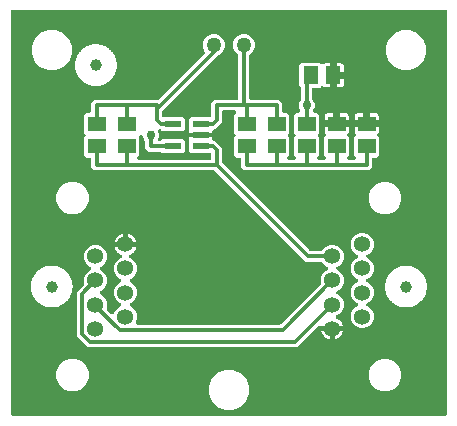
<source format=gbr>
G04 EAGLE Gerber RS-274X export*
G75*
%MOMM*%
%FSLAX34Y34*%
%LPD*%
%INTop Copper*%
%IPPOS*%
%AMOC8*
5,1,8,0,0,1.08239X$1,22.5*%
G01*
%ADD10R,1.500000X1.300000*%
%ADD11R,1.300000X1.500000*%
%ADD12C,1.270000*%
%ADD13R,1.473200X0.558800*%
%ADD14C,1.000000*%
%ADD15C,1.358000*%
%ADD16C,0.304800*%
%ADD17C,0.756400*%

G36*
X370502Y-46996D02*
X370502Y-46996D01*
X370528Y-46998D01*
X370675Y-46976D01*
X370822Y-46959D01*
X370847Y-46951D01*
X370873Y-46947D01*
X371011Y-46892D01*
X371150Y-46842D01*
X371172Y-46828D01*
X371197Y-46818D01*
X371318Y-46733D01*
X371443Y-46653D01*
X371461Y-46634D01*
X371483Y-46619D01*
X371582Y-46509D01*
X371685Y-46402D01*
X371699Y-46380D01*
X371716Y-46360D01*
X371788Y-46230D01*
X371864Y-46103D01*
X371872Y-46078D01*
X371885Y-46055D01*
X371925Y-45912D01*
X371970Y-45771D01*
X371972Y-45745D01*
X371980Y-45720D01*
X371999Y-45476D01*
X371999Y295476D01*
X371996Y295502D01*
X371998Y295528D01*
X371976Y295675D01*
X371959Y295822D01*
X371951Y295847D01*
X371947Y295873D01*
X371892Y296011D01*
X371842Y296150D01*
X371828Y296172D01*
X371818Y296197D01*
X371733Y296318D01*
X371653Y296443D01*
X371634Y296461D01*
X371619Y296483D01*
X371509Y296582D01*
X371402Y296685D01*
X371380Y296699D01*
X371360Y296716D01*
X371230Y296788D01*
X371103Y296864D01*
X371078Y296872D01*
X371055Y296885D01*
X370912Y296925D01*
X370771Y296970D01*
X370745Y296972D01*
X370720Y296980D01*
X370476Y296999D01*
X4524Y296999D01*
X4498Y296996D01*
X4472Y296998D01*
X4325Y296976D01*
X4178Y296959D01*
X4153Y296951D01*
X4127Y296947D01*
X3989Y296892D01*
X3850Y296842D01*
X3828Y296828D01*
X3803Y296818D01*
X3682Y296733D01*
X3557Y296653D01*
X3539Y296634D01*
X3517Y296619D01*
X3418Y296509D01*
X3315Y296402D01*
X3301Y296380D01*
X3284Y296360D01*
X3212Y296230D01*
X3136Y296103D01*
X3128Y296078D01*
X3115Y296055D01*
X3075Y295912D01*
X3030Y295771D01*
X3028Y295745D01*
X3020Y295720D01*
X3001Y295476D01*
X3001Y-45476D01*
X3004Y-45502D01*
X3002Y-45528D01*
X3024Y-45675D01*
X3041Y-45822D01*
X3049Y-45847D01*
X3053Y-45873D01*
X3108Y-46011D01*
X3158Y-46150D01*
X3172Y-46172D01*
X3182Y-46197D01*
X3267Y-46318D01*
X3347Y-46443D01*
X3366Y-46461D01*
X3381Y-46483D01*
X3491Y-46582D01*
X3598Y-46685D01*
X3620Y-46699D01*
X3640Y-46716D01*
X3770Y-46788D01*
X3897Y-46864D01*
X3922Y-46872D01*
X3945Y-46885D01*
X4088Y-46925D01*
X4229Y-46970D01*
X4255Y-46972D01*
X4280Y-46980D01*
X4524Y-46999D01*
X370476Y-46999D01*
X370502Y-46996D01*
G37*
%LPC*%
G36*
X68039Y10961D02*
X68039Y10961D01*
X58761Y20239D01*
X58761Y58160D01*
X64513Y63912D01*
X64560Y63971D01*
X64615Y64025D01*
X64668Y64107D01*
X64729Y64185D01*
X64762Y64254D01*
X64803Y64318D01*
X64836Y64411D01*
X64878Y64500D01*
X64894Y64574D01*
X64920Y64646D01*
X64931Y64744D01*
X64951Y64840D01*
X64950Y64917D01*
X64959Y64993D01*
X64947Y65091D01*
X64946Y65189D01*
X64927Y65263D01*
X64918Y65339D01*
X64872Y65481D01*
X64861Y65527D01*
X64852Y65544D01*
X64843Y65572D01*
X64809Y65652D01*
X64809Y69548D01*
X66300Y73146D01*
X69054Y75900D01*
X70243Y76393D01*
X70331Y76442D01*
X70423Y76482D01*
X70483Y76526D01*
X70548Y76562D01*
X70622Y76630D01*
X70703Y76689D01*
X70751Y76746D01*
X70806Y76796D01*
X70863Y76879D01*
X70928Y76955D01*
X70962Y77022D01*
X71004Y77083D01*
X71041Y77176D01*
X71087Y77266D01*
X71105Y77338D01*
X71132Y77407D01*
X71146Y77506D01*
X71171Y77604D01*
X71172Y77678D01*
X71183Y77752D01*
X71174Y77852D01*
X71176Y77952D01*
X71160Y78025D01*
X71154Y78099D01*
X71123Y78195D01*
X71101Y78293D01*
X71069Y78360D01*
X71047Y78431D01*
X70995Y78517D01*
X70952Y78608D01*
X70905Y78666D01*
X70867Y78729D01*
X70797Y78801D01*
X70734Y78880D01*
X70676Y78926D01*
X70624Y78979D01*
X70540Y79034D01*
X70461Y79096D01*
X70371Y79142D01*
X70331Y79168D01*
X70297Y79180D01*
X70243Y79207D01*
X69054Y79700D01*
X66300Y82454D01*
X64809Y86052D01*
X64809Y89948D01*
X66300Y93546D01*
X69054Y96300D01*
X72652Y97791D01*
X76548Y97791D01*
X80146Y96300D01*
X82900Y93546D01*
X84391Y89948D01*
X84391Y86052D01*
X82900Y82454D01*
X80146Y79700D01*
X78957Y79207D01*
X78869Y79159D01*
X78777Y79119D01*
X78717Y79074D01*
X78652Y79038D01*
X78578Y78971D01*
X78497Y78911D01*
X78449Y78854D01*
X78394Y78804D01*
X78337Y78721D01*
X78272Y78645D01*
X78238Y78578D01*
X78196Y78517D01*
X78159Y78424D01*
X78113Y78334D01*
X78096Y78262D01*
X78068Y78193D01*
X78054Y78094D01*
X78029Y77996D01*
X78028Y77922D01*
X78017Y77848D01*
X78026Y77748D01*
X78024Y77648D01*
X78040Y77575D01*
X78046Y77501D01*
X78077Y77405D01*
X78099Y77307D01*
X78131Y77240D01*
X78153Y77169D01*
X78205Y77083D01*
X78248Y76992D01*
X78295Y76934D01*
X78333Y76871D01*
X78403Y76799D01*
X78466Y76720D01*
X78524Y76674D01*
X78576Y76621D01*
X78660Y76566D01*
X78739Y76504D01*
X78829Y76458D01*
X78869Y76432D01*
X78903Y76420D01*
X78957Y76393D01*
X80146Y75900D01*
X82900Y73146D01*
X84391Y69548D01*
X84391Y65652D01*
X82900Y62054D01*
X80146Y59300D01*
X78957Y58807D01*
X78869Y58758D01*
X78777Y58718D01*
X78717Y58674D01*
X78652Y58638D01*
X78578Y58570D01*
X78497Y58511D01*
X78449Y58454D01*
X78394Y58404D01*
X78337Y58321D01*
X78272Y58245D01*
X78238Y58178D01*
X78196Y58117D01*
X78159Y58024D01*
X78113Y57934D01*
X78095Y57862D01*
X78068Y57793D01*
X78054Y57694D01*
X78029Y57596D01*
X78028Y57522D01*
X78017Y57448D01*
X78026Y57348D01*
X78024Y57248D01*
X78040Y57175D01*
X78046Y57101D01*
X78077Y57005D01*
X78099Y56907D01*
X78131Y56840D01*
X78153Y56769D01*
X78205Y56683D01*
X78248Y56592D01*
X78295Y56534D01*
X78333Y56471D01*
X78403Y56399D01*
X78466Y56320D01*
X78524Y56274D01*
X78576Y56221D01*
X78660Y56166D01*
X78739Y56104D01*
X78829Y56058D01*
X78869Y56032D01*
X78903Y56020D01*
X78957Y55993D01*
X80146Y55500D01*
X82900Y52746D01*
X84391Y49148D01*
X84391Y45253D01*
X84123Y44606D01*
X84102Y44532D01*
X84071Y44462D01*
X84054Y44365D01*
X84027Y44270D01*
X84023Y44194D01*
X84010Y44119D01*
X84015Y44020D01*
X84010Y43922D01*
X84024Y43847D01*
X84028Y43771D01*
X84055Y43676D01*
X84073Y43579D01*
X84103Y43509D01*
X84124Y43436D01*
X84172Y43350D01*
X84211Y43260D01*
X84257Y43198D01*
X84294Y43132D01*
X84391Y43018D01*
X84419Y42980D01*
X84434Y42968D01*
X84453Y42945D01*
X88082Y39316D01*
X88200Y39223D01*
X88315Y39126D01*
X88336Y39115D01*
X88355Y39100D01*
X88491Y39035D01*
X88625Y38967D01*
X88649Y38961D01*
X88670Y38951D01*
X88817Y38919D01*
X88963Y38883D01*
X88987Y38882D01*
X89011Y38877D01*
X89161Y38880D01*
X89312Y38878D01*
X89335Y38883D01*
X89360Y38883D01*
X89505Y38920D01*
X89652Y38952D01*
X89674Y38962D01*
X89698Y38968D01*
X89832Y39037D01*
X89967Y39102D01*
X89986Y39117D01*
X90007Y39128D01*
X90122Y39226D01*
X90239Y39319D01*
X90254Y39338D01*
X90273Y39354D01*
X90362Y39475D01*
X90455Y39593D01*
X90469Y39619D01*
X90480Y39634D01*
X90499Y39677D01*
X90567Y39810D01*
X91700Y42546D01*
X94454Y45300D01*
X95643Y45793D01*
X95731Y45842D01*
X95823Y45882D01*
X95883Y45926D01*
X95948Y45962D01*
X96022Y46030D01*
X96103Y46089D01*
X96151Y46146D01*
X96206Y46196D01*
X96263Y46279D01*
X96328Y46355D01*
X96362Y46422D01*
X96404Y46483D01*
X96441Y46576D01*
X96487Y46666D01*
X96505Y46738D01*
X96532Y46807D01*
X96546Y46906D01*
X96571Y47004D01*
X96572Y47078D01*
X96583Y47152D01*
X96574Y47252D01*
X96576Y47352D01*
X96560Y47425D01*
X96554Y47499D01*
X96523Y47595D01*
X96501Y47693D01*
X96469Y47760D01*
X96447Y47831D01*
X96395Y47917D01*
X96352Y48008D01*
X96305Y48066D01*
X96267Y48129D01*
X96197Y48201D01*
X96134Y48280D01*
X96076Y48326D01*
X96024Y48379D01*
X95940Y48434D01*
X95861Y48496D01*
X95771Y48542D01*
X95731Y48568D01*
X95697Y48580D01*
X95643Y48607D01*
X94454Y49100D01*
X91700Y51854D01*
X90209Y55452D01*
X90209Y59348D01*
X91700Y62946D01*
X94454Y65700D01*
X95643Y66193D01*
X95731Y66242D01*
X95823Y66282D01*
X95883Y66326D01*
X95948Y66362D01*
X96022Y66430D01*
X96103Y66489D01*
X96151Y66546D01*
X96206Y66596D01*
X96263Y66679D01*
X96328Y66755D01*
X96362Y66822D01*
X96404Y66883D01*
X96441Y66976D01*
X96487Y67066D01*
X96505Y67138D01*
X96532Y67207D01*
X96546Y67306D01*
X96571Y67404D01*
X96572Y67478D01*
X96583Y67552D01*
X96574Y67652D01*
X96576Y67752D01*
X96560Y67825D01*
X96554Y67899D01*
X96523Y67995D01*
X96501Y68093D01*
X96469Y68160D01*
X96447Y68231D01*
X96395Y68317D01*
X96352Y68408D01*
X96305Y68466D01*
X96267Y68529D01*
X96197Y68601D01*
X96134Y68680D01*
X96076Y68726D01*
X96024Y68779D01*
X95940Y68834D01*
X95861Y68896D01*
X95771Y68942D01*
X95731Y68968D01*
X95697Y68980D01*
X95643Y69007D01*
X94454Y69500D01*
X91700Y72254D01*
X90209Y75852D01*
X90209Y79748D01*
X91700Y83346D01*
X94454Y86100D01*
X96222Y86833D01*
X96258Y86852D01*
X96297Y86866D01*
X96410Y86937D01*
X96527Y87002D01*
X96557Y87029D01*
X96592Y87051D01*
X96686Y87146D01*
X96785Y87236D01*
X96808Y87270D01*
X96837Y87299D01*
X96907Y87413D01*
X96983Y87523D01*
X96998Y87561D01*
X97020Y87595D01*
X97062Y87723D01*
X97111Y87847D01*
X97117Y87887D01*
X97130Y87926D01*
X97143Y88059D01*
X97162Y88192D01*
X97159Y88232D01*
X97162Y88273D01*
X97144Y88406D01*
X97133Y88539D01*
X97121Y88578D01*
X97115Y88618D01*
X97067Y88743D01*
X97026Y88871D01*
X97005Y88906D01*
X96991Y88944D01*
X96915Y89055D01*
X96846Y89169D01*
X96818Y89199D01*
X96795Y89232D01*
X96697Y89323D01*
X96604Y89419D01*
X96569Y89441D01*
X96539Y89469D01*
X96331Y89597D01*
X95110Y90220D01*
X93921Y91083D01*
X92883Y92121D01*
X92020Y93310D01*
X91353Y94618D01*
X90899Y96015D01*
X90889Y96076D01*
X99399Y96076D01*
X99425Y96079D01*
X99451Y96077D01*
X99598Y96099D01*
X99745Y96116D01*
X99770Y96124D01*
X99796Y96128D01*
X99933Y96183D01*
X99994Y96205D01*
X99999Y96203D01*
X100022Y96190D01*
X100165Y96150D01*
X100306Y96105D01*
X100332Y96102D01*
X100357Y96095D01*
X100601Y96076D01*
X109111Y96076D01*
X109101Y96015D01*
X108647Y94618D01*
X107980Y93310D01*
X107117Y92121D01*
X106079Y91083D01*
X104890Y90220D01*
X103669Y89597D01*
X103635Y89575D01*
X103598Y89559D01*
X103490Y89479D01*
X103378Y89405D01*
X103351Y89375D01*
X103318Y89351D01*
X103231Y89248D01*
X103140Y89151D01*
X103119Y89116D01*
X103093Y89085D01*
X103032Y88965D01*
X102964Y88850D01*
X102953Y88811D01*
X102934Y88774D01*
X102902Y88644D01*
X102862Y88516D01*
X102860Y88476D01*
X102850Y88436D01*
X102848Y88302D01*
X102839Y88169D01*
X102845Y88128D01*
X102845Y88088D01*
X102873Y87957D01*
X102895Y87825D01*
X102910Y87787D01*
X102919Y87747D01*
X102977Y87626D01*
X103028Y87502D01*
X103051Y87469D01*
X103069Y87432D01*
X103152Y87328D01*
X103230Y87219D01*
X103261Y87192D01*
X103286Y87160D01*
X103391Y87077D01*
X103492Y86989D01*
X103528Y86969D01*
X103560Y86944D01*
X103778Y86833D01*
X105546Y86100D01*
X108300Y83346D01*
X109791Y79748D01*
X109791Y75852D01*
X108300Y72254D01*
X105546Y69500D01*
X104357Y69007D01*
X104269Y68959D01*
X104177Y68919D01*
X104117Y68874D01*
X104052Y68838D01*
X103978Y68771D01*
X103897Y68711D01*
X103849Y68654D01*
X103794Y68604D01*
X103737Y68521D01*
X103672Y68445D01*
X103638Y68378D01*
X103596Y68317D01*
X103559Y68224D01*
X103513Y68134D01*
X103496Y68062D01*
X103468Y67993D01*
X103454Y67894D01*
X103429Y67796D01*
X103428Y67722D01*
X103417Y67648D01*
X103426Y67548D01*
X103424Y67448D01*
X103440Y67375D01*
X103446Y67301D01*
X103477Y67205D01*
X103499Y67107D01*
X103531Y67040D01*
X103553Y66969D01*
X103605Y66883D01*
X103648Y66792D01*
X103695Y66734D01*
X103733Y66671D01*
X103803Y66599D01*
X103866Y66520D01*
X103924Y66474D01*
X103976Y66421D01*
X104060Y66366D01*
X104139Y66304D01*
X104229Y66258D01*
X104269Y66232D01*
X104303Y66220D01*
X104357Y66193D01*
X105546Y65700D01*
X108300Y62946D01*
X109791Y59348D01*
X109791Y55452D01*
X108300Y51854D01*
X105546Y49100D01*
X104357Y48607D01*
X104269Y48559D01*
X104177Y48519D01*
X104117Y48474D01*
X104052Y48438D01*
X103978Y48371D01*
X103897Y48311D01*
X103849Y48254D01*
X103794Y48204D01*
X103737Y48121D01*
X103672Y48045D01*
X103638Y47978D01*
X103596Y47917D01*
X103559Y47824D01*
X103513Y47734D01*
X103496Y47662D01*
X103468Y47593D01*
X103454Y47494D01*
X103429Y47396D01*
X103428Y47322D01*
X103417Y47248D01*
X103426Y47148D01*
X103424Y47048D01*
X103440Y46975D01*
X103446Y46901D01*
X103477Y46805D01*
X103499Y46707D01*
X103531Y46640D01*
X103553Y46569D01*
X103605Y46483D01*
X103648Y46392D01*
X103695Y46334D01*
X103733Y46271D01*
X103803Y46199D01*
X103866Y46120D01*
X103924Y46074D01*
X103976Y46021D01*
X104060Y45966D01*
X104139Y45904D01*
X104229Y45858D01*
X104269Y45832D01*
X104303Y45820D01*
X104357Y45793D01*
X105546Y45300D01*
X108300Y42546D01*
X109791Y38948D01*
X109791Y35052D01*
X108658Y32317D01*
X108616Y32172D01*
X108571Y32029D01*
X108569Y32005D01*
X108562Y31982D01*
X108555Y31831D01*
X108543Y31682D01*
X108546Y31658D01*
X108545Y31634D01*
X108572Y31486D01*
X108594Y31337D01*
X108603Y31315D01*
X108608Y31291D01*
X108667Y31153D01*
X108723Y31013D01*
X108737Y30993D01*
X108746Y30971D01*
X108836Y30850D01*
X108922Y30727D01*
X108940Y30711D01*
X108954Y30691D01*
X109069Y30594D01*
X109181Y30494D01*
X109202Y30482D01*
X109220Y30466D01*
X109354Y30398D01*
X109486Y30325D01*
X109509Y30319D01*
X109531Y30308D01*
X109676Y30271D01*
X109821Y30230D01*
X109850Y30228D01*
X109869Y30223D01*
X109916Y30223D01*
X110065Y30211D01*
X230581Y30211D01*
X230706Y30225D01*
X230833Y30232D01*
X230879Y30245D01*
X230927Y30251D01*
X231046Y30293D01*
X231167Y30328D01*
X231210Y30352D01*
X231255Y30368D01*
X231361Y30437D01*
X231472Y30498D01*
X231518Y30538D01*
X231548Y30557D01*
X231582Y30592D01*
X231658Y30657D01*
X264913Y63912D01*
X264960Y63971D01*
X265015Y64025D01*
X265068Y64108D01*
X265129Y64185D01*
X265162Y64254D01*
X265203Y64318D01*
X265236Y64411D01*
X265278Y64500D01*
X265294Y64574D01*
X265320Y64646D01*
X265331Y64744D01*
X265352Y64840D01*
X265350Y64917D01*
X265359Y64993D01*
X265347Y65091D01*
X265346Y65189D01*
X265327Y65263D01*
X265318Y65339D01*
X265272Y65481D01*
X265261Y65527D01*
X265252Y65544D01*
X265243Y65572D01*
X265209Y65653D01*
X265209Y69548D01*
X266700Y73146D01*
X269454Y75900D01*
X270643Y76393D01*
X270731Y76441D01*
X270823Y76481D01*
X270883Y76526D01*
X270948Y76562D01*
X271022Y76629D01*
X271103Y76689D01*
X271151Y76746D01*
X271206Y76796D01*
X271263Y76879D01*
X271328Y76955D01*
X271362Y77022D01*
X271404Y77083D01*
X271441Y77176D01*
X271487Y77266D01*
X271504Y77338D01*
X271532Y77407D01*
X271546Y77506D01*
X271571Y77604D01*
X271572Y77678D01*
X271583Y77752D01*
X271574Y77852D01*
X271576Y77952D01*
X271560Y78025D01*
X271554Y78099D01*
X271523Y78195D01*
X271501Y78293D01*
X271469Y78360D01*
X271447Y78431D01*
X271395Y78517D01*
X271352Y78608D01*
X271305Y78666D01*
X271267Y78729D01*
X271197Y78801D01*
X271134Y78880D01*
X271076Y78926D01*
X271024Y78979D01*
X270940Y79034D01*
X270861Y79096D01*
X270771Y79142D01*
X270731Y79168D01*
X270697Y79180D01*
X270643Y79207D01*
X269454Y79700D01*
X266700Y82454D01*
X266666Y82535D01*
X266629Y82602D01*
X266601Y82673D01*
X266545Y82753D01*
X266497Y82840D01*
X266446Y82896D01*
X266402Y82959D01*
X266329Y83025D01*
X266263Y83098D01*
X266200Y83141D01*
X266143Y83192D01*
X266057Y83240D01*
X265976Y83296D01*
X265905Y83324D01*
X265838Y83361D01*
X265743Y83388D01*
X265652Y83424D01*
X265576Y83435D01*
X265503Y83456D01*
X265354Y83468D01*
X265307Y83475D01*
X265288Y83473D01*
X265259Y83475D01*
X252626Y83475D01*
X175772Y160329D01*
X175673Y160408D01*
X175579Y160492D01*
X175537Y160516D01*
X175499Y160546D01*
X175385Y160600D01*
X175274Y160661D01*
X175228Y160674D01*
X175184Y160695D01*
X175060Y160721D01*
X174939Y160756D01*
X174878Y160761D01*
X174843Y160768D01*
X174795Y160767D01*
X174695Y160775D01*
X73726Y160775D01*
X71075Y163426D01*
X71075Y170176D01*
X71072Y170202D01*
X71074Y170228D01*
X71052Y170375D01*
X71035Y170522D01*
X71027Y170547D01*
X71023Y170573D01*
X70968Y170711D01*
X70918Y170850D01*
X70904Y170872D01*
X70894Y170897D01*
X70809Y171018D01*
X70729Y171143D01*
X70710Y171161D01*
X70695Y171183D01*
X70585Y171282D01*
X70478Y171385D01*
X70456Y171399D01*
X70436Y171416D01*
X70306Y171488D01*
X70179Y171564D01*
X70154Y171572D01*
X70131Y171585D01*
X69988Y171625D01*
X69847Y171670D01*
X69821Y171672D01*
X69796Y171680D01*
X69552Y171699D01*
X66857Y171699D01*
X65099Y173457D01*
X65099Y188943D01*
X65779Y189623D01*
X65796Y189643D01*
X65816Y189660D01*
X65904Y189780D01*
X65996Y189896D01*
X66007Y189920D01*
X66023Y189941D01*
X66081Y190077D01*
X66145Y190211D01*
X66150Y190237D01*
X66161Y190261D01*
X66187Y190407D01*
X66218Y190552D01*
X66218Y190578D01*
X66222Y190604D01*
X66215Y190752D01*
X66212Y190900D01*
X66206Y190926D01*
X66204Y190952D01*
X66163Y191094D01*
X66127Y191238D01*
X66115Y191262D01*
X66108Y191287D01*
X66036Y191416D01*
X65968Y191548D01*
X65951Y191568D01*
X65938Y191591D01*
X65779Y191777D01*
X65099Y192457D01*
X65099Y207943D01*
X66857Y209701D01*
X69552Y209701D01*
X69578Y209704D01*
X69604Y209702D01*
X69751Y209724D01*
X69898Y209741D01*
X69923Y209749D01*
X69949Y209753D01*
X70087Y209808D01*
X70226Y209858D01*
X70248Y209872D01*
X70273Y209882D01*
X70394Y209967D01*
X70519Y210047D01*
X70537Y210066D01*
X70559Y210081D01*
X70658Y210191D01*
X70761Y210298D01*
X70775Y210320D01*
X70792Y210340D01*
X70864Y210470D01*
X70940Y210597D01*
X70948Y210622D01*
X70961Y210645D01*
X71001Y210788D01*
X71046Y210929D01*
X71048Y210955D01*
X71056Y210980D01*
X71075Y211224D01*
X71075Y217974D01*
X73726Y220625D01*
X127495Y220625D01*
X127620Y220639D01*
X127747Y220646D01*
X127793Y220659D01*
X127841Y220665D01*
X127960Y220707D01*
X128081Y220742D01*
X128124Y220766D01*
X128169Y220782D01*
X128276Y220851D01*
X128386Y220912D01*
X128432Y220952D01*
X128462Y220971D01*
X128496Y221006D01*
X128572Y221071D01*
X166911Y259410D01*
X166928Y259431D01*
X166948Y259448D01*
X167036Y259567D01*
X167128Y259683D01*
X167139Y259707D01*
X167155Y259728D01*
X167214Y259864D01*
X167277Y259999D01*
X167283Y260024D01*
X167293Y260048D01*
X167319Y260195D01*
X167350Y260339D01*
X167350Y260365D01*
X167355Y260391D01*
X167347Y260540D01*
X167344Y260688D01*
X167338Y260713D01*
X167337Y260739D01*
X167296Y260882D01*
X167259Y261026D01*
X167247Y261049D01*
X167240Y261074D01*
X167168Y261204D01*
X167100Y261335D01*
X167083Y261355D01*
X167070Y261378D01*
X166911Y261565D01*
X166873Y261603D01*
X165449Y265040D01*
X165449Y268760D01*
X166873Y272197D01*
X169503Y274827D01*
X172940Y276251D01*
X176660Y276251D01*
X180097Y274827D01*
X182727Y272197D01*
X184151Y268760D01*
X184151Y265040D01*
X182727Y261603D01*
X180097Y258973D01*
X178968Y258505D01*
X178967Y258504D01*
X178965Y258504D01*
X178817Y258421D01*
X178664Y258336D01*
X178662Y258335D01*
X178660Y258334D01*
X178474Y258175D01*
X131371Y211072D01*
X131292Y210973D01*
X131208Y210879D01*
X131184Y210837D01*
X131154Y210799D01*
X131100Y210685D01*
X131039Y210574D01*
X131026Y210527D01*
X131005Y210484D01*
X130979Y210360D01*
X130944Y210239D01*
X130939Y210178D01*
X130932Y210143D01*
X130933Y210095D01*
X130925Y209995D01*
X130925Y207416D01*
X130928Y207390D01*
X130926Y207364D01*
X130948Y207217D01*
X130965Y207070D01*
X130973Y207045D01*
X130977Y207019D01*
X131032Y206881D01*
X131082Y206742D01*
X131096Y206720D01*
X131106Y206695D01*
X131191Y206574D01*
X131271Y206449D01*
X131290Y206431D01*
X131305Y206409D01*
X131415Y206310D01*
X131522Y206207D01*
X131544Y206193D01*
X131564Y206176D01*
X131694Y206104D01*
X131821Y206028D01*
X131846Y206020D01*
X131869Y206007D01*
X132012Y205967D01*
X132153Y205922D01*
X132179Y205920D01*
X132204Y205912D01*
X132448Y205893D01*
X148471Y205893D01*
X150229Y204135D01*
X150229Y196061D01*
X148471Y194303D01*
X131253Y194303D01*
X130429Y195127D01*
X130330Y195206D01*
X130236Y195290D01*
X130194Y195314D01*
X130156Y195344D01*
X130042Y195398D01*
X129931Y195459D01*
X129885Y195472D01*
X129841Y195493D01*
X129718Y195519D01*
X129596Y195554D01*
X129535Y195559D01*
X129500Y195566D01*
X129452Y195565D01*
X129352Y195573D01*
X128923Y195573D01*
X128774Y195556D01*
X128624Y195544D01*
X128600Y195536D01*
X128576Y195533D01*
X128435Y195483D01*
X128292Y195437D01*
X128271Y195424D01*
X128248Y195416D01*
X128122Y195334D01*
X127993Y195257D01*
X127976Y195240D01*
X127956Y195227D01*
X127851Y195118D01*
X127743Y195014D01*
X127730Y194994D01*
X127713Y194976D01*
X127636Y194847D01*
X127555Y194721D01*
X127547Y194698D01*
X127535Y194677D01*
X127489Y194534D01*
X127438Y194392D01*
X127436Y194368D01*
X127428Y194345D01*
X127416Y194196D01*
X127399Y194046D01*
X127402Y194022D01*
X127400Y193998D01*
X127423Y193849D01*
X127440Y193700D01*
X127449Y193672D01*
X127452Y193653D01*
X127470Y193609D01*
X127515Y193467D01*
X128103Y192049D01*
X128103Y189351D01*
X127515Y187933D01*
X127474Y187788D01*
X127428Y187645D01*
X127426Y187621D01*
X127420Y187598D01*
X127412Y187447D01*
X127400Y187298D01*
X127404Y187274D01*
X127403Y187250D01*
X127430Y187102D01*
X127452Y186953D01*
X127461Y186931D01*
X127465Y186907D01*
X127525Y186769D01*
X127581Y186629D01*
X127595Y186609D01*
X127604Y186587D01*
X127694Y186466D01*
X127780Y186343D01*
X127798Y186327D01*
X127812Y186307D01*
X127927Y186210D01*
X128038Y186110D01*
X128060Y186098D01*
X128078Y186082D01*
X128212Y186014D01*
X128344Y185941D01*
X128367Y185935D01*
X128388Y185924D01*
X128534Y185887D01*
X128679Y185846D01*
X128708Y185844D01*
X128727Y185839D01*
X128774Y185839D01*
X128923Y185827D01*
X129352Y185827D01*
X129478Y185841D01*
X129604Y185848D01*
X129650Y185861D01*
X129698Y185867D01*
X129817Y185909D01*
X129939Y185944D01*
X129981Y185968D01*
X130026Y185984D01*
X130133Y186053D01*
X130243Y186114D01*
X130289Y186154D01*
X130319Y186173D01*
X130353Y186208D01*
X130429Y186273D01*
X131253Y187097D01*
X148471Y187097D01*
X150229Y185339D01*
X150229Y177265D01*
X148471Y175507D01*
X131253Y175507D01*
X130429Y176331D01*
X130330Y176410D01*
X130236Y176494D01*
X130194Y176518D01*
X130156Y176548D01*
X130042Y176602D01*
X129931Y176663D01*
X129885Y176676D01*
X129841Y176697D01*
X129718Y176723D01*
X129596Y176758D01*
X129535Y176763D01*
X129500Y176770D01*
X129452Y176769D01*
X129352Y176777D01*
X119446Y176777D01*
X116795Y179428D01*
X116795Y185002D01*
X116781Y185127D01*
X116774Y185253D01*
X116761Y185300D01*
X116755Y185348D01*
X116713Y185467D01*
X116678Y185588D01*
X116654Y185630D01*
X116638Y185676D01*
X116569Y185782D01*
X116508Y185892D01*
X116468Y185939D01*
X116449Y185969D01*
X116414Y186002D01*
X116349Y186079D01*
X115570Y186858D01*
X114431Y189607D01*
X114407Y189651D01*
X114390Y189698D01*
X114322Y189803D01*
X114262Y189911D01*
X114228Y189949D01*
X114201Y189991D01*
X114111Y190077D01*
X114028Y190170D01*
X113986Y190198D01*
X113950Y190233D01*
X113843Y190297D01*
X113741Y190368D01*
X113694Y190386D01*
X113651Y190412D01*
X113533Y190450D01*
X113417Y190496D01*
X113367Y190503D01*
X113319Y190518D01*
X113195Y190528D01*
X113072Y190546D01*
X113022Y190542D01*
X112972Y190546D01*
X112849Y190528D01*
X112725Y190517D01*
X112677Y190502D01*
X112627Y190494D01*
X112512Y190449D01*
X112393Y190410D01*
X112350Y190384D01*
X112303Y190366D01*
X112201Y190295D01*
X112095Y190231D01*
X112058Y190195D01*
X112017Y190167D01*
X111934Y190075D01*
X111845Y189988D01*
X111817Y189945D01*
X111784Y189908D01*
X111724Y189799D01*
X111656Y189695D01*
X111639Y189647D01*
X111615Y189603D01*
X111581Y189483D01*
X111540Y189366D01*
X111534Y189316D01*
X111520Y189268D01*
X111501Y189024D01*
X111501Y173457D01*
X110469Y172425D01*
X110406Y172346D01*
X110337Y172274D01*
X110298Y172210D01*
X110252Y172152D01*
X110209Y172061D01*
X110158Y171975D01*
X110135Y171904D01*
X110103Y171837D01*
X110082Y171739D01*
X110051Y171643D01*
X110045Y171569D01*
X110030Y171496D01*
X110032Y171396D01*
X110023Y171296D01*
X110035Y171222D01*
X110036Y171148D01*
X110060Y171051D01*
X110075Y170951D01*
X110103Y170882D01*
X110121Y170810D01*
X110167Y170721D01*
X110204Y170627D01*
X110246Y170566D01*
X110280Y170500D01*
X110346Y170424D01*
X110403Y170341D01*
X110458Y170291D01*
X110506Y170235D01*
X110587Y170175D01*
X110662Y170108D01*
X110727Y170072D01*
X110787Y170027D01*
X110879Y169988D01*
X110967Y169939D01*
X111038Y169919D01*
X111107Y169889D01*
X111205Y169872D01*
X111302Y169844D01*
X111402Y169836D01*
X111450Y169828D01*
X111485Y169830D01*
X111546Y169825D01*
X171152Y169825D01*
X171178Y169828D01*
X171204Y169826D01*
X171351Y169848D01*
X171498Y169865D01*
X171523Y169873D01*
X171549Y169877D01*
X171687Y169932D01*
X171826Y169982D01*
X171848Y169996D01*
X171873Y170006D01*
X171994Y170091D01*
X172119Y170171D01*
X172137Y170190D01*
X172159Y170205D01*
X172258Y170315D01*
X172361Y170422D01*
X172375Y170444D01*
X172392Y170464D01*
X172464Y170594D01*
X172540Y170721D01*
X172548Y170746D01*
X172561Y170769D01*
X172601Y170912D01*
X172646Y171053D01*
X172648Y171079D01*
X172656Y171104D01*
X172675Y171348D01*
X172675Y173984D01*
X172672Y174010D01*
X172674Y174036D01*
X172652Y174183D01*
X172635Y174330D01*
X172627Y174355D01*
X172623Y174381D01*
X172568Y174519D01*
X172518Y174658D01*
X172504Y174680D01*
X172494Y174705D01*
X172409Y174826D01*
X172329Y174951D01*
X172310Y174969D01*
X172295Y174991D01*
X172185Y175090D01*
X172078Y175193D01*
X172056Y175207D01*
X172036Y175224D01*
X171906Y175296D01*
X171779Y175372D01*
X171754Y175380D01*
X171731Y175393D01*
X171588Y175433D01*
X171447Y175478D01*
X171421Y175480D01*
X171396Y175488D01*
X171152Y175507D01*
X155129Y175507D01*
X153371Y177265D01*
X153371Y185339D01*
X153584Y185552D01*
X153678Y185670D01*
X153775Y185785D01*
X153786Y185806D01*
X153801Y185825D01*
X153865Y185961D01*
X153934Y186096D01*
X153939Y186119D01*
X153950Y186140D01*
X153981Y186287D01*
X154018Y186434D01*
X154018Y186458D01*
X154023Y186480D01*
X154020Y186631D01*
X154022Y186782D01*
X154017Y186810D01*
X154017Y186829D01*
X154006Y186874D01*
X153978Y187023D01*
X153831Y187571D01*
X153831Y189177D01*
X163738Y189177D01*
X173645Y189177D01*
X173645Y187432D01*
X173640Y187400D01*
X173644Y187349D01*
X173640Y187298D01*
X173658Y187176D01*
X173668Y187053D01*
X173684Y187004D01*
X173692Y186953D01*
X173737Y186838D01*
X173775Y186721D01*
X173802Y186677D01*
X173820Y186629D01*
X173891Y186528D01*
X173954Y186422D01*
X173990Y186385D01*
X174019Y186343D01*
X174111Y186260D01*
X174197Y186172D01*
X174240Y186144D01*
X174278Y186110D01*
X174386Y186050D01*
X174490Y185983D01*
X174538Y185966D01*
X174583Y185941D01*
X174702Y185908D01*
X174818Y185866D01*
X174869Y185860D01*
X174919Y185846D01*
X175162Y185827D01*
X175772Y185827D01*
X181725Y179874D01*
X181725Y167805D01*
X181739Y167680D01*
X181746Y167553D01*
X181759Y167507D01*
X181765Y167459D01*
X181807Y167340D01*
X181842Y167218D01*
X181866Y167176D01*
X181882Y167131D01*
X181951Y167025D01*
X182012Y166914D01*
X182052Y166868D01*
X182071Y166838D01*
X182106Y166804D01*
X182121Y166786D01*
X182131Y166772D01*
X182141Y166763D01*
X182171Y166728D01*
X255928Y92971D01*
X256027Y92892D01*
X256121Y92808D01*
X256163Y92784D01*
X256201Y92754D01*
X256315Y92700D01*
X256426Y92639D01*
X256473Y92626D01*
X256516Y92605D01*
X256640Y92579D01*
X256761Y92544D01*
X256822Y92539D01*
X256857Y92532D01*
X256905Y92533D01*
X257005Y92525D01*
X265259Y92525D01*
X265335Y92533D01*
X265411Y92532D01*
X265508Y92553D01*
X265605Y92565D01*
X265677Y92590D01*
X265752Y92607D01*
X265841Y92649D01*
X265933Y92682D01*
X265998Y92724D01*
X266067Y92756D01*
X266143Y92818D01*
X266226Y92871D01*
X266279Y92926D01*
X266339Y92974D01*
X266400Y93051D01*
X266468Y93122D01*
X266508Y93187D01*
X266555Y93247D01*
X266623Y93380D01*
X266647Y93421D01*
X266653Y93439D01*
X266666Y93465D01*
X266700Y93546D01*
X269454Y96300D01*
X273052Y97791D01*
X276948Y97791D01*
X280546Y96300D01*
X283300Y93546D01*
X284791Y89948D01*
X284791Y86052D01*
X283300Y82454D01*
X280546Y79700D01*
X279357Y79207D01*
X279269Y79158D01*
X279177Y79118D01*
X279117Y79074D01*
X279052Y79038D01*
X278978Y78970D01*
X278897Y78911D01*
X278849Y78854D01*
X278794Y78804D01*
X278737Y78721D01*
X278672Y78645D01*
X278638Y78578D01*
X278596Y78517D01*
X278559Y78424D01*
X278513Y78334D01*
X278495Y78262D01*
X278468Y78193D01*
X278454Y78094D01*
X278429Y77996D01*
X278428Y77922D01*
X278417Y77848D01*
X278426Y77748D01*
X278424Y77648D01*
X278440Y77575D01*
X278446Y77501D01*
X278477Y77405D01*
X278499Y77307D01*
X278531Y77240D01*
X278553Y77169D01*
X278605Y77083D01*
X278648Y76992D01*
X278695Y76934D01*
X278733Y76871D01*
X278803Y76799D01*
X278866Y76720D01*
X278924Y76674D01*
X278976Y76621D01*
X279060Y76566D01*
X279139Y76504D01*
X279229Y76458D01*
X279269Y76432D01*
X279303Y76420D01*
X279357Y76393D01*
X280546Y75900D01*
X283300Y73146D01*
X284791Y69548D01*
X284791Y65652D01*
X283300Y62054D01*
X280546Y59300D01*
X279357Y58807D01*
X279269Y58758D01*
X279177Y58718D01*
X279117Y58674D01*
X279052Y58638D01*
X278978Y58570D01*
X278897Y58511D01*
X278849Y58454D01*
X278794Y58404D01*
X278737Y58321D01*
X278672Y58245D01*
X278638Y58178D01*
X278596Y58117D01*
X278559Y58024D01*
X278513Y57934D01*
X278495Y57862D01*
X278468Y57793D01*
X278454Y57694D01*
X278429Y57596D01*
X278428Y57522D01*
X278417Y57448D01*
X278426Y57348D01*
X278424Y57248D01*
X278440Y57175D01*
X278446Y57101D01*
X278477Y57005D01*
X278499Y56907D01*
X278531Y56840D01*
X278553Y56769D01*
X278605Y56683D01*
X278648Y56592D01*
X278695Y56534D01*
X278733Y56471D01*
X278803Y56399D01*
X278866Y56320D01*
X278924Y56274D01*
X278976Y56221D01*
X279060Y56166D01*
X279139Y56104D01*
X279229Y56058D01*
X279269Y56032D01*
X279303Y56020D01*
X279357Y55993D01*
X280546Y55500D01*
X283300Y52746D01*
X284791Y49148D01*
X284791Y45252D01*
X283300Y41654D01*
X280546Y38900D01*
X278777Y38167D01*
X278747Y38150D01*
X278733Y38145D01*
X278730Y38144D01*
X278703Y38134D01*
X278590Y38063D01*
X278473Y37998D01*
X278443Y37971D01*
X278408Y37949D01*
X278314Y37854D01*
X278215Y37764D01*
X278192Y37730D01*
X278163Y37701D01*
X278093Y37587D01*
X278017Y37477D01*
X278002Y37439D01*
X277980Y37405D01*
X277938Y37278D01*
X277889Y37153D01*
X277883Y37113D01*
X277870Y37074D01*
X277857Y36941D01*
X277838Y36808D01*
X277841Y36768D01*
X277837Y36727D01*
X277856Y36594D01*
X277867Y36461D01*
X277879Y36422D01*
X277885Y36382D01*
X277933Y36257D01*
X277974Y36129D01*
X277995Y36094D01*
X278009Y36056D01*
X278084Y35945D01*
X278154Y35831D01*
X278182Y35801D01*
X278205Y35768D01*
X278303Y35677D01*
X278396Y35581D01*
X278431Y35559D01*
X278461Y35531D01*
X278669Y35403D01*
X279890Y34780D01*
X281079Y33917D01*
X282117Y32879D01*
X282980Y31690D01*
X283647Y30382D01*
X284101Y28985D01*
X284111Y28924D01*
X275601Y28924D01*
X275575Y28921D01*
X275549Y28923D01*
X275402Y28901D01*
X275255Y28884D01*
X275230Y28876D01*
X275204Y28872D01*
X275066Y28817D01*
X275006Y28795D01*
X275001Y28797D01*
X274978Y28810D01*
X274835Y28850D01*
X274694Y28895D01*
X274668Y28897D01*
X274643Y28905D01*
X274399Y28924D01*
X265219Y28924D01*
X265212Y28932D01*
X265108Y29009D01*
X265009Y29092D01*
X264968Y29112D01*
X264931Y29140D01*
X264813Y29191D01*
X264697Y29249D01*
X264653Y29260D01*
X264611Y29278D01*
X264484Y29300D01*
X264359Y29331D01*
X264313Y29331D01*
X264268Y29339D01*
X264139Y29333D01*
X264010Y29334D01*
X263966Y29324D01*
X263920Y29321D01*
X263796Y29286D01*
X263670Y29257D01*
X263629Y29237D01*
X263585Y29225D01*
X263473Y29162D01*
X263356Y29105D01*
X263321Y29077D01*
X263281Y29055D01*
X263095Y28896D01*
X248257Y14058D01*
X245160Y10961D01*
X68039Y10961D01*
G37*
%LPD*%
%LPC*%
G36*
X200726Y160775D02*
X200726Y160775D01*
X198075Y163426D01*
X198075Y170176D01*
X198072Y170202D01*
X198074Y170228D01*
X198052Y170375D01*
X198035Y170522D01*
X198027Y170547D01*
X198023Y170573D01*
X197968Y170711D01*
X197918Y170850D01*
X197904Y170872D01*
X197894Y170897D01*
X197809Y171018D01*
X197729Y171143D01*
X197710Y171161D01*
X197695Y171183D01*
X197585Y171282D01*
X197478Y171385D01*
X197456Y171399D01*
X197436Y171416D01*
X197306Y171488D01*
X197179Y171564D01*
X197154Y171572D01*
X197131Y171585D01*
X196988Y171625D01*
X196847Y171670D01*
X196821Y171672D01*
X196796Y171680D01*
X196552Y171699D01*
X193857Y171699D01*
X192099Y173457D01*
X192099Y188943D01*
X192779Y189623D01*
X192796Y189643D01*
X192816Y189660D01*
X192903Y189779D01*
X192996Y189896D01*
X193007Y189920D01*
X193023Y189941D01*
X193081Y190077D01*
X193145Y190211D01*
X193150Y190237D01*
X193161Y190261D01*
X193187Y190407D01*
X193218Y190552D01*
X193218Y190578D01*
X193222Y190604D01*
X193215Y190752D01*
X193212Y190900D01*
X193206Y190926D01*
X193204Y190952D01*
X193163Y191094D01*
X193127Y191238D01*
X193115Y191261D01*
X193108Y191287D01*
X193035Y191416D01*
X192968Y191548D01*
X192951Y191568D01*
X192938Y191591D01*
X192779Y191777D01*
X192099Y192457D01*
X192099Y207943D01*
X193131Y208975D01*
X193194Y209054D01*
X193263Y209126D01*
X193302Y209190D01*
X193348Y209248D01*
X193391Y209339D01*
X193442Y209425D01*
X193465Y209496D01*
X193497Y209563D01*
X193518Y209661D01*
X193549Y209757D01*
X193555Y209831D01*
X193570Y209904D01*
X193568Y210004D01*
X193577Y210104D01*
X193565Y210178D01*
X193564Y210252D01*
X193540Y210349D01*
X193525Y210449D01*
X193497Y210518D01*
X193479Y210590D01*
X193433Y210679D01*
X193396Y210773D01*
X193354Y210834D01*
X193320Y210900D01*
X193254Y210976D01*
X193197Y211059D01*
X193142Y211109D01*
X193094Y211165D01*
X193013Y211225D01*
X192938Y211292D01*
X192873Y211328D01*
X192813Y211373D01*
X192721Y211412D01*
X192633Y211461D01*
X192562Y211481D01*
X192493Y211511D01*
X192395Y211528D01*
X192298Y211556D01*
X192198Y211564D01*
X192150Y211572D01*
X192115Y211570D01*
X192054Y211575D01*
X183248Y211575D01*
X183222Y211572D01*
X183196Y211574D01*
X183049Y211552D01*
X182902Y211535D01*
X182877Y211527D01*
X182851Y211523D01*
X182713Y211468D01*
X182574Y211418D01*
X182552Y211404D01*
X182527Y211394D01*
X182406Y211309D01*
X182281Y211229D01*
X182263Y211210D01*
X182241Y211195D01*
X182142Y211085D01*
X182039Y210978D01*
X182025Y210956D01*
X182008Y210936D01*
X181936Y210806D01*
X181860Y210679D01*
X181852Y210654D01*
X181839Y210631D01*
X181799Y210488D01*
X181754Y210347D01*
X181752Y210321D01*
X181744Y210296D01*
X181725Y210052D01*
X181725Y201526D01*
X175772Y195573D01*
X175162Y195573D01*
X175111Y195567D01*
X175060Y195570D01*
X174939Y195548D01*
X174816Y195533D01*
X174768Y195516D01*
X174718Y195507D01*
X174604Y195458D01*
X174488Y195416D01*
X174445Y195388D01*
X174398Y195368D01*
X174299Y195294D01*
X174195Y195227D01*
X174160Y195190D01*
X174119Y195159D01*
X174039Y195065D01*
X173953Y194976D01*
X173927Y194932D01*
X173894Y194893D01*
X173838Y194783D01*
X173774Y194677D01*
X173759Y194628D01*
X173735Y194583D01*
X173706Y194463D01*
X173668Y194345D01*
X173664Y194294D01*
X173652Y194244D01*
X173650Y194121D01*
X173640Y193998D01*
X173645Y193966D01*
X173645Y192223D01*
X163738Y192223D01*
X153831Y192223D01*
X153831Y193829D01*
X153978Y194377D01*
X154000Y194526D01*
X154027Y194675D01*
X154026Y194699D01*
X154029Y194722D01*
X154017Y194872D01*
X154009Y195023D01*
X154003Y195046D01*
X154001Y195069D01*
X153954Y195213D01*
X153913Y195358D01*
X153901Y195378D01*
X153894Y195401D01*
X153816Y195531D01*
X153742Y195662D01*
X153724Y195684D01*
X153715Y195700D01*
X153682Y195733D01*
X153584Y195848D01*
X153371Y196061D01*
X153371Y204135D01*
X155129Y205893D01*
X171152Y205893D01*
X171178Y205896D01*
X171204Y205894D01*
X171351Y205916D01*
X171498Y205933D01*
X171523Y205941D01*
X171549Y205945D01*
X171687Y206000D01*
X171826Y206050D01*
X171848Y206064D01*
X171873Y206074D01*
X171994Y206159D01*
X172119Y206239D01*
X172137Y206258D01*
X172159Y206273D01*
X172258Y206383D01*
X172361Y206490D01*
X172375Y206512D01*
X172392Y206532D01*
X172464Y206662D01*
X172540Y206789D01*
X172548Y206814D01*
X172561Y206837D01*
X172601Y206980D01*
X172646Y207121D01*
X172648Y207147D01*
X172656Y207172D01*
X172675Y207416D01*
X172675Y217974D01*
X175326Y220625D01*
X194152Y220625D01*
X194178Y220628D01*
X194204Y220626D01*
X194351Y220648D01*
X194498Y220665D01*
X194523Y220673D01*
X194549Y220677D01*
X194687Y220732D01*
X194826Y220782D01*
X194848Y220796D01*
X194873Y220806D01*
X194994Y220891D01*
X195119Y220971D01*
X195137Y220990D01*
X195159Y221005D01*
X195258Y221115D01*
X195361Y221222D01*
X195375Y221244D01*
X195392Y221264D01*
X195464Y221394D01*
X195540Y221521D01*
X195548Y221546D01*
X195561Y221569D01*
X195601Y221712D01*
X195646Y221853D01*
X195648Y221879D01*
X195656Y221904D01*
X195675Y222148D01*
X195675Y257635D01*
X195667Y257711D01*
X195668Y257788D01*
X195647Y257884D01*
X195635Y257981D01*
X195610Y258054D01*
X195593Y258128D01*
X195551Y258217D01*
X195518Y258310D01*
X195476Y258374D01*
X195443Y258443D01*
X195382Y258520D01*
X195329Y258602D01*
X195274Y258655D01*
X195226Y258715D01*
X195149Y258776D01*
X195078Y258845D01*
X195013Y258884D01*
X194952Y258931D01*
X194937Y258939D01*
X192273Y261603D01*
X190849Y265040D01*
X190849Y268760D01*
X192273Y272197D01*
X194903Y274827D01*
X198340Y276251D01*
X202060Y276251D01*
X205497Y274827D01*
X208127Y272197D01*
X209551Y268760D01*
X209551Y265040D01*
X208127Y261603D01*
X205443Y258919D01*
X205361Y258873D01*
X205304Y258822D01*
X205241Y258778D01*
X205175Y258705D01*
X205102Y258639D01*
X205059Y258576D01*
X205008Y258519D01*
X204960Y258434D01*
X204904Y258353D01*
X204876Y258281D01*
X204839Y258214D01*
X204812Y258120D01*
X204776Y258028D01*
X204765Y257953D01*
X204744Y257879D01*
X204732Y257730D01*
X204726Y257684D01*
X204727Y257665D01*
X204725Y257635D01*
X204725Y222148D01*
X204728Y222122D01*
X204726Y222096D01*
X204748Y221949D01*
X204765Y221802D01*
X204773Y221777D01*
X204777Y221751D01*
X204832Y221613D01*
X204882Y221474D01*
X204896Y221452D01*
X204906Y221427D01*
X204991Y221306D01*
X205071Y221181D01*
X205090Y221163D01*
X205105Y221141D01*
X205215Y221042D01*
X205322Y220939D01*
X205344Y220925D01*
X205364Y220908D01*
X205494Y220836D01*
X205621Y220760D01*
X205646Y220752D01*
X205669Y220739D01*
X205812Y220699D01*
X205953Y220654D01*
X205979Y220652D01*
X206004Y220644D01*
X206248Y220625D01*
X229874Y220625D01*
X232525Y217974D01*
X232525Y211224D01*
X232528Y211198D01*
X232526Y211172D01*
X232548Y211025D01*
X232565Y210878D01*
X232573Y210853D01*
X232577Y210827D01*
X232632Y210689D01*
X232682Y210550D01*
X232696Y210528D01*
X232706Y210503D01*
X232791Y210382D01*
X232871Y210257D01*
X232890Y210239D01*
X232905Y210217D01*
X233015Y210118D01*
X233122Y210015D01*
X233144Y210001D01*
X233164Y209984D01*
X233294Y209912D01*
X233421Y209836D01*
X233446Y209828D01*
X233469Y209815D01*
X233612Y209775D01*
X233753Y209730D01*
X233779Y209728D01*
X233804Y209720D01*
X234048Y209701D01*
X236743Y209701D01*
X238501Y207943D01*
X238501Y192457D01*
X237821Y191777D01*
X237804Y191757D01*
X237784Y191740D01*
X237696Y191620D01*
X237604Y191504D01*
X237593Y191480D01*
X237577Y191459D01*
X237519Y191323D01*
X237455Y191189D01*
X237450Y191163D01*
X237439Y191139D01*
X237413Y190993D01*
X237382Y190848D01*
X237382Y190822D01*
X237378Y190796D01*
X237385Y190647D01*
X237388Y190500D01*
X237394Y190474D01*
X237396Y190448D01*
X237437Y190306D01*
X237473Y190162D01*
X237485Y190138D01*
X237492Y190113D01*
X237564Y189984D01*
X237632Y189852D01*
X237649Y189832D01*
X237662Y189809D01*
X237821Y189623D01*
X238501Y188943D01*
X238501Y173457D01*
X237469Y172425D01*
X237406Y172346D01*
X237337Y172274D01*
X237298Y172210D01*
X237252Y172152D01*
X237209Y172061D01*
X237158Y171975D01*
X237135Y171904D01*
X237103Y171837D01*
X237082Y171739D01*
X237051Y171643D01*
X237045Y171569D01*
X237030Y171496D01*
X237032Y171396D01*
X237023Y171296D01*
X237035Y171222D01*
X237036Y171148D01*
X237060Y171051D01*
X237075Y170951D01*
X237103Y170882D01*
X237121Y170810D01*
X237167Y170721D01*
X237204Y170627D01*
X237246Y170566D01*
X237280Y170500D01*
X237346Y170424D01*
X237403Y170341D01*
X237458Y170291D01*
X237506Y170235D01*
X237587Y170175D01*
X237662Y170108D01*
X237727Y170072D01*
X237787Y170027D01*
X237879Y169988D01*
X237967Y169939D01*
X238038Y169919D01*
X238107Y169889D01*
X238205Y169872D01*
X238302Y169844D01*
X238402Y169836D01*
X238450Y169828D01*
X238485Y169830D01*
X238546Y169825D01*
X242854Y169825D01*
X242954Y169836D01*
X243054Y169838D01*
X243127Y169856D01*
X243200Y169865D01*
X243295Y169898D01*
X243392Y169923D01*
X243458Y169957D01*
X243528Y169982D01*
X243613Y170037D01*
X243702Y170083D01*
X243759Y170131D01*
X243821Y170171D01*
X243891Y170243D01*
X243968Y170308D01*
X244012Y170368D01*
X244063Y170422D01*
X244115Y170508D01*
X244175Y170589D01*
X244204Y170657D01*
X244242Y170721D01*
X244273Y170817D01*
X244313Y170909D01*
X244326Y170982D01*
X244349Y171053D01*
X244357Y171153D01*
X244374Y171252D01*
X244371Y171326D01*
X244377Y171400D01*
X244362Y171500D01*
X244356Y171600D01*
X244336Y171671D01*
X244325Y171745D01*
X244288Y171838D01*
X244260Y171935D01*
X244224Y172000D01*
X244196Y172069D01*
X244139Y172151D01*
X244090Y172239D01*
X244025Y172315D01*
X243997Y172355D01*
X243971Y172379D01*
X243931Y172425D01*
X242899Y173457D01*
X242899Y188943D01*
X243579Y189623D01*
X243596Y189643D01*
X243616Y189660D01*
X243703Y189779D01*
X243796Y189896D01*
X243807Y189920D01*
X243823Y189941D01*
X243881Y190077D01*
X243945Y190211D01*
X243950Y190237D01*
X243961Y190261D01*
X243987Y190407D01*
X244018Y190552D01*
X244018Y190578D01*
X244022Y190604D01*
X244015Y190752D01*
X244012Y190900D01*
X244006Y190926D01*
X244004Y190952D01*
X243963Y191094D01*
X243927Y191238D01*
X243915Y191261D01*
X243908Y191287D01*
X243835Y191416D01*
X243768Y191548D01*
X243751Y191568D01*
X243738Y191591D01*
X243579Y191777D01*
X242899Y192457D01*
X242899Y207943D01*
X244657Y209701D01*
X246530Y209701D01*
X246629Y209712D01*
X246730Y209714D01*
X246802Y209732D01*
X246876Y209741D01*
X246970Y209774D01*
X247068Y209799D01*
X247134Y209833D01*
X247204Y209858D01*
X247288Y209913D01*
X247378Y209959D01*
X247434Y210007D01*
X247497Y210047D01*
X247567Y210119D01*
X247643Y210185D01*
X247687Y210244D01*
X247739Y210298D01*
X247791Y210384D01*
X247850Y210465D01*
X247880Y210533D01*
X247918Y210597D01*
X247948Y210692D01*
X247988Y210785D01*
X248001Y210858D01*
X248024Y210929D01*
X248032Y211029D01*
X248050Y211128D01*
X248046Y211202D01*
X248052Y211276D01*
X248037Y211375D01*
X248032Y211476D01*
X248011Y211547D01*
X248000Y211621D01*
X247963Y211714D01*
X247935Y211811D01*
X247899Y211876D01*
X247872Y211945D01*
X247814Y212027D01*
X247765Y212115D01*
X247700Y212191D01*
X247673Y212231D01*
X247654Y212247D01*
X246617Y214751D01*
X246617Y217449D01*
X247650Y219942D01*
X248429Y220721D01*
X248508Y220820D01*
X248592Y220914D01*
X248616Y220957D01*
X248646Y220994D01*
X248700Y221109D01*
X248761Y221219D01*
X248774Y221266D01*
X248795Y221309D01*
X248821Y221433D01*
X248856Y221555D01*
X248861Y221615D01*
X248868Y221650D01*
X248867Y221698D01*
X248875Y221798D01*
X248875Y230350D01*
X248861Y230476D01*
X248854Y230602D01*
X248841Y230648D01*
X248835Y230696D01*
X248793Y230815D01*
X248758Y230937D01*
X248734Y230979D01*
X248718Y231024D01*
X248649Y231131D01*
X248588Y231241D01*
X248548Y231287D01*
X248529Y231317D01*
X248494Y231351D01*
X248429Y231427D01*
X247299Y232557D01*
X247299Y250043D01*
X249057Y251801D01*
X264543Y251801D01*
X265548Y250795D01*
X265569Y250779D01*
X265586Y250759D01*
X265705Y250671D01*
X265821Y250579D01*
X265845Y250568D01*
X265866Y250552D01*
X266002Y250493D01*
X266136Y250430D01*
X266162Y250424D01*
X266186Y250414D01*
X266332Y250388D01*
X266477Y250357D01*
X266503Y250357D01*
X266529Y250352D01*
X266678Y250360D01*
X266825Y250363D01*
X266851Y250369D01*
X266877Y250370D01*
X267020Y250411D01*
X267163Y250448D01*
X267187Y250460D01*
X267212Y250467D01*
X267342Y250539D01*
X267473Y250607D01*
X267493Y250624D01*
X267516Y250637D01*
X267702Y250796D01*
X267740Y250833D01*
X268319Y251168D01*
X268965Y251341D01*
X272753Y251341D01*
X272753Y242824D01*
X272756Y242798D01*
X272754Y242772D01*
X272776Y242625D01*
X272793Y242478D01*
X272801Y242453D01*
X272805Y242427D01*
X272860Y242289D01*
X272910Y242150D01*
X272924Y242128D01*
X272934Y242103D01*
X273019Y241982D01*
X273099Y241857D01*
X273118Y241839D01*
X273133Y241817D01*
X273243Y241718D01*
X273350Y241615D01*
X273372Y241601D01*
X273392Y241584D01*
X273522Y241512D01*
X273649Y241436D01*
X273674Y241428D01*
X273697Y241415D01*
X273840Y241375D01*
X273981Y241330D01*
X274007Y241328D01*
X274032Y241320D01*
X274276Y241301D01*
X275801Y241301D01*
X275801Y241299D01*
X274276Y241299D01*
X274250Y241296D01*
X274224Y241298D01*
X274077Y241276D01*
X273930Y241259D01*
X273905Y241250D01*
X273879Y241247D01*
X273741Y241192D01*
X273602Y241142D01*
X273580Y241128D01*
X273555Y241118D01*
X273434Y241033D01*
X273309Y240953D01*
X273291Y240934D01*
X273269Y240919D01*
X273170Y240809D01*
X273067Y240702D01*
X273053Y240680D01*
X273036Y240660D01*
X272964Y240530D01*
X272888Y240403D01*
X272880Y240378D01*
X272867Y240355D01*
X272827Y240212D01*
X272782Y240071D01*
X272780Y240045D01*
X272772Y240020D01*
X272753Y239776D01*
X272753Y231259D01*
X268965Y231259D01*
X268319Y231432D01*
X267740Y231767D01*
X267702Y231804D01*
X267682Y231821D01*
X267665Y231841D01*
X267545Y231929D01*
X267429Y232021D01*
X267406Y232032D01*
X267385Y232048D01*
X267249Y232107D01*
X267114Y232170D01*
X267089Y232176D01*
X267065Y232186D01*
X266919Y232212D01*
X266774Y232243D01*
X266747Y232243D01*
X266722Y232248D01*
X266573Y232240D01*
X266425Y232237D01*
X266400Y232231D01*
X266373Y232230D01*
X266231Y232189D01*
X266087Y232152D01*
X266064Y232140D01*
X266039Y232133D01*
X265909Y232061D01*
X265777Y231993D01*
X265757Y231976D01*
X265734Y231963D01*
X265548Y231805D01*
X264543Y230799D01*
X259448Y230799D01*
X259422Y230796D01*
X259396Y230798D01*
X259249Y230776D01*
X259102Y230759D01*
X259077Y230751D01*
X259051Y230747D01*
X258913Y230692D01*
X258774Y230642D01*
X258752Y230628D01*
X258727Y230618D01*
X258606Y230533D01*
X258481Y230453D01*
X258463Y230434D01*
X258441Y230419D01*
X258342Y230309D01*
X258239Y230202D01*
X258225Y230180D01*
X258208Y230160D01*
X258136Y230030D01*
X258060Y229903D01*
X258052Y229878D01*
X258039Y229855D01*
X257999Y229712D01*
X257954Y229571D01*
X257952Y229545D01*
X257944Y229520D01*
X257925Y229276D01*
X257925Y221798D01*
X257939Y221673D01*
X257946Y221547D01*
X257959Y221500D01*
X257965Y221452D01*
X258007Y221333D01*
X258042Y221212D01*
X258066Y221170D01*
X258082Y221124D01*
X258151Y221018D01*
X258212Y220908D01*
X258252Y220861D01*
X258271Y220831D01*
X258306Y220798D01*
X258371Y220721D01*
X259150Y219942D01*
X260183Y217449D01*
X260183Y214751D01*
X259140Y212234D01*
X259131Y212223D01*
X259061Y212150D01*
X259023Y212086D01*
X258977Y212028D01*
X258934Y211937D01*
X258882Y211851D01*
X258860Y211780D01*
X258828Y211713D01*
X258807Y211615D01*
X258776Y211519D01*
X258770Y211445D01*
X258754Y211372D01*
X258756Y211272D01*
X258748Y211172D01*
X258759Y211098D01*
X258760Y211024D01*
X258785Y210927D01*
X258800Y210827D01*
X258827Y210758D01*
X258845Y210686D01*
X258891Y210597D01*
X258928Y210503D01*
X258971Y210442D01*
X259005Y210376D01*
X259070Y210299D01*
X259127Y210217D01*
X259183Y210167D01*
X259231Y210111D01*
X259312Y210051D01*
X259386Y209984D01*
X259451Y209948D01*
X259511Y209904D01*
X259603Y209864D01*
X259691Y209815D01*
X259763Y209795D01*
X259831Y209765D01*
X259930Y209748D01*
X260027Y209720D01*
X260127Y209712D01*
X260174Y209704D01*
X260210Y209706D01*
X260270Y209701D01*
X262143Y209701D01*
X263901Y207943D01*
X263901Y192457D01*
X263221Y191777D01*
X263204Y191757D01*
X263184Y191740D01*
X263096Y191620D01*
X263004Y191504D01*
X262993Y191480D01*
X262977Y191459D01*
X262919Y191323D01*
X262855Y191189D01*
X262850Y191163D01*
X262839Y191139D01*
X262813Y190993D01*
X262782Y190848D01*
X262782Y190822D01*
X262778Y190796D01*
X262785Y190647D01*
X262788Y190500D01*
X262794Y190474D01*
X262796Y190448D01*
X262837Y190306D01*
X262873Y190162D01*
X262885Y190138D01*
X262892Y190113D01*
X262964Y189984D01*
X263032Y189852D01*
X263049Y189832D01*
X263062Y189809D01*
X263221Y189623D01*
X263901Y188943D01*
X263901Y173457D01*
X262869Y172425D01*
X262806Y172346D01*
X262737Y172274D01*
X262698Y172210D01*
X262652Y172152D01*
X262609Y172061D01*
X262558Y171975D01*
X262535Y171904D01*
X262503Y171837D01*
X262482Y171739D01*
X262451Y171643D01*
X262445Y171569D01*
X262430Y171496D01*
X262432Y171396D01*
X262423Y171296D01*
X262435Y171222D01*
X262436Y171148D01*
X262460Y171051D01*
X262475Y170951D01*
X262503Y170882D01*
X262521Y170810D01*
X262567Y170721D01*
X262604Y170627D01*
X262646Y170566D01*
X262680Y170500D01*
X262746Y170424D01*
X262803Y170341D01*
X262858Y170291D01*
X262906Y170235D01*
X262987Y170175D01*
X263062Y170108D01*
X263127Y170072D01*
X263187Y170027D01*
X263279Y169988D01*
X263367Y169939D01*
X263438Y169919D01*
X263507Y169889D01*
X263605Y169872D01*
X263702Y169844D01*
X263802Y169836D01*
X263850Y169828D01*
X263885Y169830D01*
X263946Y169825D01*
X268254Y169825D01*
X268354Y169836D01*
X268454Y169838D01*
X268527Y169856D01*
X268600Y169865D01*
X268695Y169898D01*
X268792Y169923D01*
X268858Y169957D01*
X268928Y169982D01*
X269013Y170037D01*
X269102Y170083D01*
X269159Y170131D01*
X269221Y170171D01*
X269291Y170243D01*
X269368Y170308D01*
X269412Y170368D01*
X269463Y170422D01*
X269515Y170508D01*
X269575Y170589D01*
X269604Y170657D01*
X269642Y170721D01*
X269673Y170817D01*
X269713Y170909D01*
X269726Y170982D01*
X269749Y171053D01*
X269757Y171153D01*
X269774Y171252D01*
X269771Y171326D01*
X269777Y171400D01*
X269762Y171500D01*
X269756Y171600D01*
X269736Y171671D01*
X269725Y171745D01*
X269688Y171838D01*
X269660Y171935D01*
X269624Y172000D01*
X269596Y172069D01*
X269539Y172151D01*
X269490Y172239D01*
X269425Y172315D01*
X269397Y172355D01*
X269371Y172379D01*
X269331Y172425D01*
X268299Y173457D01*
X268299Y188943D01*
X269305Y189948D01*
X269321Y189969D01*
X269341Y189986D01*
X269429Y190105D01*
X269521Y190221D01*
X269532Y190245D01*
X269548Y190266D01*
X269607Y190402D01*
X269670Y190536D01*
X269676Y190562D01*
X269686Y190586D01*
X269712Y190732D01*
X269743Y190877D01*
X269743Y190903D01*
X269748Y190929D01*
X269740Y191078D01*
X269737Y191225D01*
X269731Y191251D01*
X269730Y191277D01*
X269689Y191420D01*
X269652Y191563D01*
X269640Y191587D01*
X269633Y191612D01*
X269561Y191742D01*
X269493Y191873D01*
X269476Y191893D01*
X269463Y191916D01*
X269304Y192102D01*
X269267Y192140D01*
X268932Y192719D01*
X268759Y193365D01*
X268759Y197153D01*
X277276Y197153D01*
X277302Y197156D01*
X277328Y197154D01*
X277475Y197176D01*
X277622Y197193D01*
X277647Y197201D01*
X277673Y197205D01*
X277811Y197260D01*
X277950Y197310D01*
X277972Y197324D01*
X277997Y197334D01*
X278118Y197419D01*
X278243Y197499D01*
X278261Y197518D01*
X278283Y197533D01*
X278382Y197643D01*
X278485Y197750D01*
X278499Y197772D01*
X278516Y197792D01*
X278588Y197922D01*
X278664Y198049D01*
X278672Y198074D01*
X278685Y198097D01*
X278725Y198240D01*
X278770Y198381D01*
X278772Y198407D01*
X278780Y198432D01*
X278799Y198676D01*
X278799Y200201D01*
X278801Y200201D01*
X278801Y198676D01*
X278804Y198650D01*
X278802Y198624D01*
X278824Y198477D01*
X278841Y198330D01*
X278850Y198305D01*
X278853Y198279D01*
X278908Y198141D01*
X278958Y198002D01*
X278972Y197980D01*
X278982Y197955D01*
X279067Y197834D01*
X279147Y197709D01*
X279166Y197691D01*
X279181Y197669D01*
X279291Y197570D01*
X279398Y197467D01*
X279420Y197453D01*
X279440Y197436D01*
X279570Y197364D01*
X279697Y197288D01*
X279722Y197280D01*
X279745Y197267D01*
X279888Y197227D01*
X280029Y197182D01*
X280055Y197180D01*
X280080Y197172D01*
X280324Y197153D01*
X288841Y197153D01*
X288841Y193365D01*
X288668Y192719D01*
X288333Y192140D01*
X288296Y192102D01*
X288279Y192082D01*
X288259Y192065D01*
X288171Y191945D01*
X288079Y191829D01*
X288068Y191806D01*
X288052Y191785D01*
X287993Y191649D01*
X287930Y191514D01*
X287924Y191489D01*
X287914Y191465D01*
X287888Y191319D01*
X287857Y191174D01*
X287857Y191147D01*
X287852Y191122D01*
X287860Y190973D01*
X287863Y190825D01*
X287869Y190800D01*
X287870Y190773D01*
X287911Y190631D01*
X287948Y190487D01*
X287960Y190464D01*
X287967Y190439D01*
X288039Y190309D01*
X288107Y190177D01*
X288124Y190157D01*
X288137Y190134D01*
X288295Y189948D01*
X289301Y188943D01*
X289301Y173457D01*
X288269Y172425D01*
X288206Y172346D01*
X288137Y172274D01*
X288098Y172210D01*
X288052Y172152D01*
X288009Y172061D01*
X287958Y171975D01*
X287935Y171904D01*
X287903Y171837D01*
X287882Y171739D01*
X287851Y171643D01*
X287845Y171569D01*
X287830Y171496D01*
X287832Y171396D01*
X287823Y171296D01*
X287835Y171222D01*
X287836Y171148D01*
X287860Y171051D01*
X287875Y170951D01*
X287903Y170882D01*
X287921Y170810D01*
X287967Y170721D01*
X288004Y170627D01*
X288046Y170566D01*
X288080Y170500D01*
X288146Y170424D01*
X288203Y170341D01*
X288258Y170291D01*
X288306Y170235D01*
X288387Y170175D01*
X288462Y170108D01*
X288527Y170072D01*
X288587Y170027D01*
X288679Y169988D01*
X288767Y169939D01*
X288838Y169919D01*
X288907Y169889D01*
X289005Y169872D01*
X289102Y169844D01*
X289202Y169836D01*
X289250Y169828D01*
X289285Y169830D01*
X289346Y169825D01*
X293654Y169825D01*
X293754Y169836D01*
X293854Y169838D01*
X293927Y169856D01*
X294000Y169865D01*
X294095Y169898D01*
X294192Y169923D01*
X294258Y169957D01*
X294328Y169982D01*
X294413Y170037D01*
X294502Y170083D01*
X294559Y170131D01*
X294621Y170171D01*
X294691Y170243D01*
X294768Y170308D01*
X294812Y170368D01*
X294863Y170422D01*
X294915Y170508D01*
X294975Y170589D01*
X295004Y170657D01*
X295042Y170721D01*
X295073Y170817D01*
X295113Y170909D01*
X295126Y170982D01*
X295149Y171053D01*
X295157Y171153D01*
X295174Y171252D01*
X295171Y171326D01*
X295177Y171400D01*
X295162Y171500D01*
X295156Y171600D01*
X295136Y171671D01*
X295125Y171745D01*
X295088Y171838D01*
X295060Y171935D01*
X295024Y172000D01*
X294996Y172069D01*
X294939Y172151D01*
X294890Y172239D01*
X294825Y172315D01*
X294797Y172355D01*
X294771Y172379D01*
X294731Y172425D01*
X293699Y173457D01*
X293699Y188943D01*
X294705Y189948D01*
X294721Y189969D01*
X294741Y189986D01*
X294829Y190105D01*
X294921Y190221D01*
X294932Y190245D01*
X294948Y190266D01*
X295007Y190402D01*
X295070Y190536D01*
X295076Y190562D01*
X295086Y190586D01*
X295112Y190732D01*
X295143Y190877D01*
X295143Y190903D01*
X295148Y190929D01*
X295140Y191078D01*
X295137Y191225D01*
X295131Y191251D01*
X295130Y191277D01*
X295089Y191420D01*
X295052Y191563D01*
X295040Y191587D01*
X295033Y191612D01*
X294961Y191742D01*
X294893Y191873D01*
X294876Y191893D01*
X294863Y191916D01*
X294704Y192102D01*
X294667Y192140D01*
X294332Y192719D01*
X294159Y193365D01*
X294159Y197153D01*
X302676Y197153D01*
X302702Y197156D01*
X302728Y197154D01*
X302875Y197176D01*
X303022Y197193D01*
X303047Y197201D01*
X303073Y197205D01*
X303211Y197260D01*
X303350Y197310D01*
X303372Y197324D01*
X303397Y197334D01*
X303518Y197419D01*
X303643Y197499D01*
X303661Y197518D01*
X303683Y197533D01*
X303782Y197643D01*
X303885Y197750D01*
X303899Y197772D01*
X303916Y197792D01*
X303988Y197922D01*
X304064Y198049D01*
X304072Y198074D01*
X304085Y198097D01*
X304125Y198240D01*
X304170Y198381D01*
X304172Y198407D01*
X304180Y198432D01*
X304199Y198676D01*
X304199Y200201D01*
X304201Y200201D01*
X304201Y198676D01*
X304204Y198650D01*
X304202Y198624D01*
X304224Y198477D01*
X304241Y198330D01*
X304250Y198305D01*
X304253Y198279D01*
X304308Y198141D01*
X304358Y198002D01*
X304372Y197980D01*
X304382Y197955D01*
X304467Y197834D01*
X304547Y197709D01*
X304566Y197691D01*
X304581Y197669D01*
X304691Y197570D01*
X304798Y197467D01*
X304820Y197453D01*
X304840Y197436D01*
X304970Y197364D01*
X305097Y197288D01*
X305122Y197280D01*
X305145Y197267D01*
X305288Y197227D01*
X305429Y197182D01*
X305455Y197180D01*
X305480Y197172D01*
X305724Y197153D01*
X314241Y197153D01*
X314241Y193365D01*
X314068Y192719D01*
X313733Y192140D01*
X313696Y192102D01*
X313679Y192082D01*
X313659Y192065D01*
X313571Y191945D01*
X313479Y191829D01*
X313468Y191806D01*
X313452Y191785D01*
X313393Y191649D01*
X313330Y191514D01*
X313324Y191489D01*
X313314Y191465D01*
X313288Y191319D01*
X313257Y191174D01*
X313257Y191147D01*
X313252Y191122D01*
X313260Y190973D01*
X313263Y190825D01*
X313269Y190800D01*
X313270Y190773D01*
X313311Y190631D01*
X313348Y190487D01*
X313360Y190464D01*
X313367Y190439D01*
X313439Y190309D01*
X313507Y190177D01*
X313524Y190157D01*
X313537Y190134D01*
X313695Y189948D01*
X314701Y188943D01*
X314701Y173457D01*
X312943Y171699D01*
X310248Y171699D01*
X310222Y171696D01*
X310196Y171698D01*
X310049Y171676D01*
X309902Y171659D01*
X309877Y171651D01*
X309851Y171647D01*
X309713Y171592D01*
X309574Y171542D01*
X309552Y171528D01*
X309527Y171518D01*
X309406Y171433D01*
X309281Y171353D01*
X309263Y171334D01*
X309241Y171319D01*
X309142Y171209D01*
X309039Y171102D01*
X309025Y171080D01*
X309008Y171060D01*
X308936Y170930D01*
X308860Y170803D01*
X308852Y170778D01*
X308839Y170755D01*
X308799Y170612D01*
X308754Y170471D01*
X308752Y170445D01*
X308744Y170420D01*
X308725Y170176D01*
X308725Y163426D01*
X306074Y160775D01*
X200726Y160775D01*
G37*
%LPD*%
%LPC*%
G36*
X298452Y27209D02*
X298452Y27209D01*
X294854Y28700D01*
X292100Y31454D01*
X290609Y35052D01*
X290609Y38948D01*
X292100Y42546D01*
X294854Y45300D01*
X296043Y45793D01*
X296131Y45841D01*
X296223Y45881D01*
X296283Y45926D01*
X296348Y45962D01*
X296422Y46029D01*
X296503Y46089D01*
X296551Y46146D01*
X296606Y46196D01*
X296663Y46279D01*
X296728Y46355D01*
X296762Y46422D01*
X296804Y46483D01*
X296841Y46576D01*
X296887Y46666D01*
X296904Y46738D01*
X296932Y46807D01*
X296946Y46906D01*
X296971Y47004D01*
X296972Y47078D01*
X296983Y47152D01*
X296974Y47252D01*
X296976Y47352D01*
X296960Y47425D01*
X296954Y47499D01*
X296923Y47595D01*
X296901Y47693D01*
X296869Y47760D01*
X296847Y47831D01*
X296795Y47917D01*
X296752Y48008D01*
X296705Y48066D01*
X296667Y48129D01*
X296597Y48201D01*
X296534Y48280D01*
X296476Y48326D01*
X296424Y48379D01*
X296340Y48434D01*
X296261Y48496D01*
X296171Y48542D01*
X296131Y48568D01*
X296097Y48580D01*
X296043Y48607D01*
X294854Y49100D01*
X292100Y51854D01*
X290609Y55452D01*
X290609Y59348D01*
X292100Y62946D01*
X294854Y65700D01*
X296043Y66193D01*
X296131Y66241D01*
X296223Y66281D01*
X296283Y66326D01*
X296348Y66362D01*
X296422Y66429D01*
X296503Y66489D01*
X296551Y66546D01*
X296606Y66596D01*
X296663Y66679D01*
X296728Y66755D01*
X296762Y66822D01*
X296804Y66883D01*
X296841Y66976D01*
X296887Y67066D01*
X296904Y67138D01*
X296932Y67207D01*
X296946Y67306D01*
X296971Y67404D01*
X296972Y67478D01*
X296983Y67552D01*
X296974Y67652D01*
X296976Y67752D01*
X296960Y67825D01*
X296954Y67899D01*
X296923Y67995D01*
X296901Y68093D01*
X296869Y68160D01*
X296847Y68231D01*
X296795Y68317D01*
X296752Y68408D01*
X296705Y68466D01*
X296667Y68529D01*
X296597Y68601D01*
X296534Y68680D01*
X296476Y68726D01*
X296424Y68779D01*
X296340Y68834D01*
X296261Y68896D01*
X296171Y68942D01*
X296131Y68968D01*
X296097Y68980D01*
X296043Y69007D01*
X294854Y69500D01*
X292100Y72254D01*
X290609Y75852D01*
X290609Y79748D01*
X292100Y83346D01*
X294854Y86100D01*
X296043Y86593D01*
X296131Y86641D01*
X296223Y86681D01*
X296283Y86726D01*
X296348Y86762D01*
X296422Y86829D01*
X296503Y86889D01*
X296551Y86946D01*
X296606Y86996D01*
X296663Y87079D01*
X296728Y87155D01*
X296762Y87222D01*
X296804Y87283D01*
X296841Y87376D01*
X296887Y87466D01*
X296904Y87538D01*
X296932Y87607D01*
X296946Y87706D01*
X296971Y87804D01*
X296972Y87878D01*
X296983Y87952D01*
X296974Y88052D01*
X296976Y88152D01*
X296960Y88225D01*
X296954Y88299D01*
X296923Y88395D01*
X296901Y88493D01*
X296869Y88560D01*
X296847Y88631D01*
X296795Y88717D01*
X296752Y88808D01*
X296705Y88866D01*
X296667Y88929D01*
X296597Y89001D01*
X296534Y89080D01*
X296476Y89126D01*
X296424Y89179D01*
X296340Y89234D01*
X296261Y89296D01*
X296171Y89342D01*
X296131Y89368D01*
X296097Y89380D01*
X296043Y89407D01*
X294854Y89900D01*
X292100Y92654D01*
X290609Y96252D01*
X290609Y100148D01*
X292100Y103746D01*
X294854Y106500D01*
X298452Y107991D01*
X302348Y107991D01*
X305946Y106500D01*
X308700Y103746D01*
X310191Y100148D01*
X310191Y96252D01*
X308700Y92654D01*
X305946Y89900D01*
X304757Y89407D01*
X304669Y89358D01*
X304577Y89318D01*
X304517Y89274D01*
X304452Y89238D01*
X304378Y89170D01*
X304297Y89111D01*
X304249Y89054D01*
X304194Y89004D01*
X304137Y88921D01*
X304072Y88845D01*
X304038Y88778D01*
X303996Y88717D01*
X303959Y88624D01*
X303913Y88534D01*
X303895Y88462D01*
X303868Y88393D01*
X303854Y88294D01*
X303829Y88196D01*
X303828Y88122D01*
X303817Y88048D01*
X303826Y87948D01*
X303824Y87848D01*
X303840Y87775D01*
X303846Y87701D01*
X303877Y87605D01*
X303899Y87507D01*
X303931Y87440D01*
X303953Y87369D01*
X304005Y87283D01*
X304048Y87192D01*
X304095Y87134D01*
X304133Y87071D01*
X304203Y86999D01*
X304266Y86920D01*
X304324Y86874D01*
X304376Y86821D01*
X304460Y86766D01*
X304539Y86704D01*
X304629Y86658D01*
X304669Y86632D01*
X304703Y86620D01*
X304757Y86593D01*
X305946Y86100D01*
X308700Y83346D01*
X310191Y79748D01*
X310191Y75852D01*
X308700Y72254D01*
X305946Y69500D01*
X304757Y69007D01*
X304669Y68958D01*
X304577Y68918D01*
X304517Y68874D01*
X304452Y68838D01*
X304378Y68770D01*
X304297Y68711D01*
X304249Y68654D01*
X304194Y68604D01*
X304137Y68521D01*
X304072Y68445D01*
X304038Y68378D01*
X303996Y68317D01*
X303959Y68224D01*
X303913Y68134D01*
X303895Y68062D01*
X303868Y67993D01*
X303854Y67894D01*
X303829Y67796D01*
X303828Y67722D01*
X303817Y67648D01*
X303826Y67548D01*
X303824Y67448D01*
X303840Y67375D01*
X303846Y67301D01*
X303877Y67205D01*
X303899Y67107D01*
X303931Y67040D01*
X303953Y66969D01*
X304005Y66883D01*
X304048Y66792D01*
X304095Y66734D01*
X304133Y66671D01*
X304203Y66599D01*
X304266Y66520D01*
X304324Y66474D01*
X304376Y66421D01*
X304460Y66366D01*
X304539Y66304D01*
X304629Y66258D01*
X304669Y66232D01*
X304703Y66220D01*
X304757Y66193D01*
X305946Y65700D01*
X308700Y62946D01*
X310191Y59348D01*
X310191Y55452D01*
X308700Y51854D01*
X305946Y49100D01*
X304757Y48607D01*
X304669Y48558D01*
X304577Y48518D01*
X304517Y48474D01*
X304452Y48438D01*
X304378Y48370D01*
X304297Y48311D01*
X304249Y48254D01*
X304194Y48204D01*
X304137Y48121D01*
X304072Y48045D01*
X304038Y47978D01*
X303996Y47917D01*
X303959Y47824D01*
X303913Y47734D01*
X303895Y47662D01*
X303868Y47593D01*
X303854Y47494D01*
X303829Y47396D01*
X303828Y47322D01*
X303817Y47248D01*
X303826Y47148D01*
X303824Y47048D01*
X303840Y46975D01*
X303846Y46901D01*
X303877Y46805D01*
X303899Y46707D01*
X303931Y46640D01*
X303953Y46569D01*
X304005Y46483D01*
X304048Y46392D01*
X304095Y46334D01*
X304133Y46271D01*
X304203Y46199D01*
X304266Y46120D01*
X304324Y46074D01*
X304376Y46021D01*
X304460Y45966D01*
X304539Y45904D01*
X304629Y45858D01*
X304669Y45832D01*
X304703Y45820D01*
X304757Y45793D01*
X305946Y45300D01*
X308700Y42546D01*
X310191Y38948D01*
X310191Y35052D01*
X308700Y31454D01*
X305946Y28700D01*
X302348Y27209D01*
X298452Y27209D01*
G37*
%LPD*%
%LPC*%
G36*
X74078Y232291D02*
X74078Y232291D01*
X74023Y232327D01*
X73920Y232365D01*
X73821Y232412D01*
X73758Y232425D01*
X73696Y232448D01*
X73588Y232461D01*
X73480Y232484D01*
X73415Y232483D01*
X73351Y232491D01*
X73242Y232480D01*
X73132Y232478D01*
X73069Y232462D01*
X73004Y232455D01*
X72900Y232419D01*
X72795Y232392D01*
X72065Y232588D01*
X72054Y232589D01*
X72044Y232593D01*
X71803Y232634D01*
X71045Y232700D01*
X71017Y232720D01*
X70969Y232765D01*
X70875Y232820D01*
X70785Y232883D01*
X70725Y232908D01*
X70668Y232941D01*
X70564Y232973D01*
X70462Y233014D01*
X70398Y233024D01*
X70335Y233044D01*
X70226Y233051D01*
X70118Y233068D01*
X70053Y233063D01*
X69988Y233068D01*
X69879Y233051D01*
X69771Y233043D01*
X69086Y233362D01*
X69076Y233365D01*
X69067Y233371D01*
X68836Y233453D01*
X68101Y233650D01*
X68076Y233674D01*
X68038Y233727D01*
X67954Y233798D01*
X67877Y233875D01*
X67822Y233910D01*
X67772Y233952D01*
X67674Y234002D01*
X67581Y234060D01*
X67520Y234081D01*
X67462Y234111D01*
X67355Y234138D01*
X67252Y234173D01*
X67187Y234180D01*
X67124Y234196D01*
X67014Y234197D01*
X66905Y234208D01*
X66286Y234642D01*
X66277Y234647D01*
X66269Y234654D01*
X66056Y234775D01*
X65366Y235096D01*
X65347Y235125D01*
X65318Y235183D01*
X65247Y235268D01*
X65185Y235357D01*
X65137Y235401D01*
X65095Y235451D01*
X65008Y235517D01*
X64926Y235591D01*
X64869Y235622D01*
X64817Y235662D01*
X64717Y235706D01*
X64621Y235759D01*
X64558Y235777D01*
X64499Y235804D01*
X64391Y235824D01*
X64286Y235854D01*
X63752Y236388D01*
X63743Y236395D01*
X63737Y236403D01*
X63548Y236559D01*
X62925Y236996D01*
X62910Y237027D01*
X62892Y237089D01*
X62837Y237185D01*
X62791Y237284D01*
X62751Y237335D01*
X62719Y237392D01*
X62644Y237473D01*
X62577Y237559D01*
X62526Y237600D01*
X62482Y237648D01*
X62391Y237709D01*
X62306Y237778D01*
X62247Y237806D01*
X62193Y237843D01*
X62091Y237882D01*
X61992Y237929D01*
X61559Y238548D01*
X61552Y238556D01*
X61547Y238566D01*
X61388Y238752D01*
X60850Y239290D01*
X60841Y239323D01*
X60834Y239388D01*
X60797Y239491D01*
X60769Y239597D01*
X60738Y239655D01*
X60716Y239716D01*
X60657Y239808D01*
X60605Y239905D01*
X60563Y239954D01*
X60527Y240009D01*
X60448Y240085D01*
X60376Y240168D01*
X60323Y240206D01*
X60277Y240251D01*
X60183Y240308D01*
X60094Y240371D01*
X59775Y241056D01*
X59769Y241065D01*
X59766Y241075D01*
X59642Y241286D01*
X59205Y241910D01*
X59202Y241944D01*
X59206Y242009D01*
X59188Y242117D01*
X59179Y242227D01*
X59158Y242289D01*
X59147Y242353D01*
X59105Y242454D01*
X59071Y242558D01*
X59038Y242614D01*
X59012Y242674D01*
X58948Y242763D01*
X58891Y242857D01*
X58846Y242903D01*
X58807Y242956D01*
X58725Y243028D01*
X58649Y243106D01*
X58453Y243836D01*
X58449Y243846D01*
X58447Y243856D01*
X58362Y244086D01*
X58040Y244775D01*
X58043Y244810D01*
X58059Y244873D01*
X58059Y244983D01*
X58069Y245092D01*
X58060Y245157D01*
X58060Y245222D01*
X58036Y245329D01*
X58021Y245437D01*
X57997Y245498D01*
X57983Y245562D01*
X57935Y245660D01*
X57896Y245762D01*
X57859Y245816D01*
X57830Y245875D01*
X57761Y245960D01*
X57700Y246050D01*
X57634Y246803D01*
X57632Y246814D01*
X57632Y246824D01*
X57588Y247065D01*
X57391Y247800D01*
X57400Y247833D01*
X57426Y247893D01*
X57445Y248001D01*
X57474Y248107D01*
X57476Y248172D01*
X57488Y248236D01*
X57483Y248345D01*
X57487Y248455D01*
X57474Y248519D01*
X57471Y248584D01*
X57441Y248689D01*
X57420Y248797D01*
X57393Y248856D01*
X57375Y248919D01*
X57322Y249015D01*
X57277Y249114D01*
X57343Y249867D01*
X57342Y249878D01*
X57344Y249888D01*
X57343Y250069D01*
X57344Y250087D01*
X57343Y250097D01*
X57343Y250133D01*
X57276Y250891D01*
X57291Y250922D01*
X57327Y250977D01*
X57365Y251080D01*
X57412Y251179D01*
X57425Y251242D01*
X57448Y251304D01*
X57461Y251412D01*
X57484Y251520D01*
X57483Y251585D01*
X57491Y251649D01*
X57480Y251758D01*
X57478Y251868D01*
X57462Y251931D01*
X57455Y251996D01*
X57419Y252100D01*
X57392Y252205D01*
X57588Y252935D01*
X57589Y252946D01*
X57593Y252956D01*
X57634Y253197D01*
X57700Y253955D01*
X57720Y253983D01*
X57765Y254031D01*
X57820Y254125D01*
X57883Y254215D01*
X57908Y254275D01*
X57941Y254332D01*
X57973Y254436D01*
X58014Y254538D01*
X58024Y254602D01*
X58044Y254665D01*
X58051Y254774D01*
X58068Y254882D01*
X58063Y254947D01*
X58068Y255012D01*
X58051Y255121D01*
X58043Y255229D01*
X58362Y255914D01*
X58365Y255924D01*
X58371Y255933D01*
X58453Y256164D01*
X58650Y256899D01*
X58674Y256924D01*
X58727Y256962D01*
X58798Y257046D01*
X58875Y257123D01*
X58910Y257178D01*
X58952Y257228D01*
X59002Y257326D01*
X59060Y257419D01*
X59081Y257480D01*
X59111Y257538D01*
X59138Y257645D01*
X59173Y257748D01*
X59180Y257813D01*
X59196Y257876D01*
X59197Y257986D01*
X59208Y258095D01*
X59642Y258714D01*
X59647Y258723D01*
X59654Y258731D01*
X59775Y258944D01*
X60096Y259634D01*
X60125Y259653D01*
X60183Y259682D01*
X60268Y259753D01*
X60357Y259815D01*
X60401Y259863D01*
X60451Y259905D01*
X60517Y259992D01*
X60591Y260074D01*
X60622Y260131D01*
X60662Y260183D01*
X60706Y260283D01*
X60759Y260379D01*
X60777Y260442D01*
X60804Y260501D01*
X60824Y260609D01*
X60854Y260714D01*
X61388Y261248D01*
X61395Y261257D01*
X61403Y261263D01*
X61559Y261452D01*
X61996Y262075D01*
X62027Y262090D01*
X62089Y262108D01*
X62185Y262163D01*
X62284Y262209D01*
X62335Y262249D01*
X62392Y262281D01*
X62473Y262356D01*
X62559Y262423D01*
X62600Y262474D01*
X62648Y262518D01*
X62709Y262609D01*
X62778Y262694D01*
X62806Y262753D01*
X62843Y262807D01*
X62882Y262909D01*
X62929Y263008D01*
X63548Y263441D01*
X63556Y263448D01*
X63566Y263453D01*
X63752Y263612D01*
X64290Y264150D01*
X64323Y264159D01*
X64388Y264166D01*
X64491Y264203D01*
X64597Y264231D01*
X64655Y264262D01*
X64716Y264284D01*
X64808Y264343D01*
X64905Y264395D01*
X64954Y264437D01*
X65009Y264473D01*
X65085Y264552D01*
X65168Y264624D01*
X65206Y264677D01*
X65251Y264723D01*
X65308Y264817D01*
X65371Y264906D01*
X66056Y265225D01*
X66065Y265231D01*
X66075Y265234D01*
X66286Y265358D01*
X66910Y265795D01*
X66944Y265798D01*
X67009Y265794D01*
X67117Y265812D01*
X67227Y265821D01*
X67289Y265842D01*
X67353Y265853D01*
X67454Y265895D01*
X67558Y265929D01*
X67614Y265962D01*
X67674Y265988D01*
X67763Y266052D01*
X67857Y266109D01*
X67903Y266154D01*
X67956Y266193D01*
X68028Y266275D01*
X68106Y266351D01*
X68836Y266547D01*
X68846Y266551D01*
X68856Y266553D01*
X69086Y266638D01*
X69775Y266960D01*
X69810Y266957D01*
X69873Y266941D01*
X69983Y266941D01*
X70092Y266931D01*
X70157Y266940D01*
X70222Y266940D01*
X70329Y266964D01*
X70437Y266979D01*
X70498Y267003D01*
X70562Y267017D01*
X70660Y267065D01*
X70762Y267104D01*
X70816Y267141D01*
X70875Y267170D01*
X70960Y267239D01*
X71050Y267300D01*
X71803Y267366D01*
X71814Y267368D01*
X71824Y267368D01*
X72065Y267412D01*
X72800Y267609D01*
X72833Y267600D01*
X72893Y267574D01*
X73001Y267555D01*
X73107Y267526D01*
X73172Y267524D01*
X73236Y267512D01*
X73345Y267517D01*
X73455Y267513D01*
X73519Y267526D01*
X73584Y267529D01*
X73689Y267559D01*
X73797Y267580D01*
X73856Y267607D01*
X73919Y267625D01*
X74015Y267678D01*
X74114Y267723D01*
X74867Y267657D01*
X74878Y267658D01*
X74888Y267656D01*
X75133Y267657D01*
X75891Y267724D01*
X75922Y267709D01*
X75977Y267673D01*
X76080Y267635D01*
X76179Y267588D01*
X76242Y267575D01*
X76304Y267552D01*
X76412Y267539D01*
X76520Y267516D01*
X76585Y267517D01*
X76649Y267509D01*
X76758Y267520D01*
X76868Y267522D01*
X76931Y267538D01*
X76996Y267545D01*
X77100Y267581D01*
X77205Y267608D01*
X77935Y267412D01*
X77946Y267411D01*
X77956Y267407D01*
X78197Y267366D01*
X78955Y267300D01*
X78983Y267280D01*
X79031Y267235D01*
X79126Y267180D01*
X79215Y267117D01*
X79275Y267092D01*
X79332Y267059D01*
X79437Y267027D01*
X79538Y266986D01*
X79602Y266976D01*
X79665Y266956D01*
X79774Y266949D01*
X79882Y266932D01*
X79947Y266936D01*
X80012Y266932D01*
X80121Y266949D01*
X80229Y266957D01*
X80914Y266638D01*
X80924Y266635D01*
X80933Y266629D01*
X81164Y266547D01*
X81899Y266350D01*
X81924Y266326D01*
X81962Y266273D01*
X82046Y266202D01*
X82123Y266125D01*
X82178Y266090D01*
X82228Y266048D01*
X82326Y265998D01*
X82419Y265940D01*
X82480Y265919D01*
X82538Y265889D01*
X82645Y265862D01*
X82748Y265827D01*
X82813Y265820D01*
X82876Y265804D01*
X82986Y265803D01*
X83095Y265792D01*
X83714Y265358D01*
X83723Y265353D01*
X83731Y265346D01*
X83944Y265225D01*
X84634Y264904D01*
X84653Y264875D01*
X84682Y264817D01*
X84753Y264732D01*
X84815Y264643D01*
X84863Y264599D01*
X84905Y264549D01*
X84992Y264483D01*
X85074Y264409D01*
X85131Y264378D01*
X85183Y264338D01*
X85283Y264294D01*
X85379Y264241D01*
X85442Y264223D01*
X85501Y264196D01*
X85609Y264176D01*
X85714Y264146D01*
X86248Y263612D01*
X86256Y263605D01*
X86263Y263597D01*
X86452Y263441D01*
X87075Y263004D01*
X87090Y262973D01*
X87108Y262911D01*
X87163Y262815D01*
X87209Y262716D01*
X87249Y262665D01*
X87281Y262608D01*
X87356Y262527D01*
X87423Y262441D01*
X87474Y262400D01*
X87518Y262352D01*
X87609Y262291D01*
X87694Y262222D01*
X87753Y262194D01*
X87807Y262157D01*
X87909Y262118D01*
X88007Y262071D01*
X88441Y261452D01*
X88448Y261444D01*
X88453Y261434D01*
X88612Y261248D01*
X89150Y260710D01*
X89159Y260677D01*
X89166Y260612D01*
X89203Y260509D01*
X89231Y260403D01*
X89262Y260345D01*
X89284Y260284D01*
X89343Y260192D01*
X89395Y260095D01*
X89437Y260046D01*
X89473Y259991D01*
X89552Y259915D01*
X89624Y259832D01*
X89677Y259794D01*
X89723Y259749D01*
X89817Y259692D01*
X89906Y259629D01*
X90225Y258944D01*
X90231Y258935D01*
X90234Y258925D01*
X90358Y258714D01*
X90795Y258090D01*
X90798Y258056D01*
X90794Y257991D01*
X90812Y257883D01*
X90821Y257773D01*
X90842Y257711D01*
X90853Y257647D01*
X90895Y257546D01*
X90929Y257442D01*
X90962Y257386D01*
X90988Y257326D01*
X91052Y257237D01*
X91109Y257143D01*
X91154Y257097D01*
X91193Y257044D01*
X91275Y256972D01*
X91351Y256894D01*
X91547Y256164D01*
X91551Y256154D01*
X91553Y256144D01*
X91638Y255914D01*
X91960Y255225D01*
X91957Y255190D01*
X91941Y255127D01*
X91941Y255017D01*
X91931Y254908D01*
X91940Y254843D01*
X91940Y254778D01*
X91964Y254671D01*
X91979Y254563D01*
X92003Y254502D01*
X92017Y254438D01*
X92065Y254340D01*
X92104Y254238D01*
X92141Y254184D01*
X92170Y254125D01*
X92239Y254040D01*
X92300Y253950D01*
X92366Y253197D01*
X92368Y253187D01*
X92368Y253176D01*
X92412Y252935D01*
X92609Y252200D01*
X92600Y252167D01*
X92574Y252107D01*
X92555Y251999D01*
X92526Y251893D01*
X92524Y251828D01*
X92512Y251764D01*
X92517Y251655D01*
X92513Y251545D01*
X92526Y251481D01*
X92529Y251416D01*
X92559Y251311D01*
X92580Y251203D01*
X92607Y251144D01*
X92625Y251081D01*
X92678Y250985D01*
X92723Y250886D01*
X92657Y250133D01*
X92658Y250122D01*
X92656Y250112D01*
X92657Y249995D01*
X92656Y249982D01*
X92657Y249975D01*
X92657Y249867D01*
X92724Y249109D01*
X92709Y249078D01*
X92673Y249023D01*
X92635Y248920D01*
X92588Y248821D01*
X92575Y248758D01*
X92552Y248696D01*
X92539Y248588D01*
X92516Y248480D01*
X92517Y248415D01*
X92509Y248351D01*
X92520Y248242D01*
X92522Y248132D01*
X92538Y248069D01*
X92545Y248004D01*
X92581Y247900D01*
X92608Y247795D01*
X92412Y247065D01*
X92411Y247054D01*
X92407Y247044D01*
X92366Y246803D01*
X92300Y246045D01*
X92280Y246017D01*
X92235Y245969D01*
X92180Y245875D01*
X92117Y245785D01*
X92092Y245725D01*
X92059Y245668D01*
X92027Y245564D01*
X91986Y245462D01*
X91976Y245398D01*
X91956Y245335D01*
X91949Y245226D01*
X91932Y245118D01*
X91937Y245053D01*
X91932Y244988D01*
X91949Y244879D01*
X91957Y244771D01*
X91638Y244086D01*
X91635Y244076D01*
X91629Y244067D01*
X91547Y243836D01*
X91350Y243101D01*
X91326Y243076D01*
X91273Y243038D01*
X91202Y242954D01*
X91125Y242877D01*
X91090Y242822D01*
X91048Y242772D01*
X90998Y242674D01*
X90940Y242581D01*
X90919Y242520D01*
X90889Y242462D01*
X90862Y242355D01*
X90827Y242252D01*
X90820Y242187D01*
X90804Y242124D01*
X90803Y242014D01*
X90792Y241905D01*
X90358Y241286D01*
X90353Y241277D01*
X90346Y241269D01*
X90225Y241056D01*
X89904Y240366D01*
X89875Y240347D01*
X89817Y240318D01*
X89732Y240247D01*
X89643Y240185D01*
X89599Y240137D01*
X89549Y240095D01*
X89483Y240008D01*
X89409Y239926D01*
X89378Y239869D01*
X89338Y239817D01*
X89294Y239717D01*
X89241Y239621D01*
X89223Y239558D01*
X89196Y239499D01*
X89176Y239391D01*
X89146Y239286D01*
X88612Y238752D01*
X88605Y238744D01*
X88597Y238737D01*
X88441Y238548D01*
X88004Y237925D01*
X87973Y237910D01*
X87910Y237892D01*
X87815Y237837D01*
X87716Y237791D01*
X87664Y237751D01*
X87608Y237719D01*
X87528Y237645D01*
X87441Y237577D01*
X87400Y237526D01*
X87352Y237482D01*
X87291Y237391D01*
X87222Y237306D01*
X87194Y237247D01*
X87157Y237193D01*
X87118Y237091D01*
X87071Y236993D01*
X86452Y236559D01*
X86444Y236552D01*
X86434Y236547D01*
X86248Y236388D01*
X85710Y235850D01*
X85677Y235841D01*
X85612Y235834D01*
X85509Y235797D01*
X85403Y235769D01*
X85345Y235738D01*
X85284Y235716D01*
X85192Y235657D01*
X85095Y235605D01*
X85046Y235563D01*
X84991Y235527D01*
X84915Y235448D01*
X84832Y235376D01*
X84794Y235323D01*
X84749Y235277D01*
X84692Y235183D01*
X84629Y235094D01*
X83944Y234775D01*
X83935Y234769D01*
X83925Y234766D01*
X83714Y234642D01*
X83090Y234205D01*
X83056Y234202D01*
X82991Y234206D01*
X82883Y234188D01*
X82773Y234179D01*
X82711Y234158D01*
X82647Y234147D01*
X82546Y234105D01*
X82442Y234071D01*
X82386Y234038D01*
X82326Y234012D01*
X82237Y233948D01*
X82143Y233891D01*
X82097Y233846D01*
X82044Y233807D01*
X81972Y233725D01*
X81894Y233649D01*
X81164Y233453D01*
X81154Y233449D01*
X81144Y233447D01*
X80914Y233362D01*
X80225Y233040D01*
X80190Y233043D01*
X80127Y233059D01*
X80017Y233059D01*
X79908Y233069D01*
X79843Y233060D01*
X79778Y233060D01*
X79671Y233036D01*
X79563Y233021D01*
X79502Y232997D01*
X79438Y232983D01*
X79340Y232935D01*
X79238Y232896D01*
X79184Y232859D01*
X79125Y232830D01*
X79040Y232761D01*
X78950Y232700D01*
X78197Y232634D01*
X78187Y232632D01*
X78176Y232632D01*
X77935Y232588D01*
X77200Y232391D01*
X77167Y232400D01*
X77107Y232426D01*
X76999Y232445D01*
X76893Y232474D01*
X76828Y232476D01*
X76764Y232488D01*
X76655Y232483D01*
X76545Y232487D01*
X76481Y232474D01*
X76416Y232471D01*
X76311Y232441D01*
X76203Y232420D01*
X76144Y232393D01*
X76081Y232375D01*
X75985Y232322D01*
X75886Y232277D01*
X75133Y232343D01*
X75122Y232342D01*
X75112Y232344D01*
X74867Y232343D01*
X74109Y232276D01*
X74078Y232291D01*
G37*
%LPD*%
%LPC*%
G36*
X36578Y44791D02*
X36578Y44791D01*
X36523Y44827D01*
X36420Y44865D01*
X36321Y44912D01*
X36258Y44925D01*
X36196Y44948D01*
X36088Y44961D01*
X35980Y44984D01*
X35915Y44983D01*
X35851Y44991D01*
X35742Y44980D01*
X35632Y44978D01*
X35569Y44962D01*
X35504Y44955D01*
X35400Y44919D01*
X35295Y44892D01*
X34565Y45088D01*
X34554Y45089D01*
X34544Y45093D01*
X34303Y45134D01*
X33545Y45200D01*
X33517Y45220D01*
X33469Y45265D01*
X33375Y45320D01*
X33285Y45383D01*
X33225Y45408D01*
X33168Y45441D01*
X33064Y45473D01*
X32962Y45514D01*
X32898Y45524D01*
X32835Y45544D01*
X32726Y45551D01*
X32618Y45568D01*
X32553Y45563D01*
X32488Y45568D01*
X32379Y45551D01*
X32271Y45543D01*
X31586Y45862D01*
X31576Y45865D01*
X31567Y45871D01*
X31336Y45953D01*
X30601Y46150D01*
X30576Y46174D01*
X30538Y46227D01*
X30454Y46298D01*
X30377Y46375D01*
X30322Y46410D01*
X30272Y46452D01*
X30174Y46502D01*
X30081Y46560D01*
X30020Y46581D01*
X29962Y46611D01*
X29855Y46638D01*
X29752Y46673D01*
X29687Y46680D01*
X29624Y46696D01*
X29514Y46697D01*
X29405Y46708D01*
X28786Y47142D01*
X28777Y47147D01*
X28769Y47154D01*
X28556Y47275D01*
X27866Y47596D01*
X27847Y47625D01*
X27818Y47683D01*
X27747Y47768D01*
X27685Y47857D01*
X27637Y47901D01*
X27595Y47951D01*
X27508Y48017D01*
X27426Y48091D01*
X27369Y48122D01*
X27317Y48162D01*
X27217Y48206D01*
X27121Y48259D01*
X27058Y48277D01*
X26999Y48304D01*
X26891Y48324D01*
X26786Y48354D01*
X26252Y48888D01*
X26243Y48895D01*
X26237Y48903D01*
X26048Y49059D01*
X25425Y49496D01*
X25410Y49527D01*
X25392Y49589D01*
X25339Y49681D01*
X25337Y49686D01*
X25335Y49689D01*
X25291Y49784D01*
X25251Y49835D01*
X25219Y49892D01*
X25144Y49973D01*
X25077Y50059D01*
X25026Y50100D01*
X24982Y50148D01*
X24891Y50209D01*
X24806Y50278D01*
X24747Y50306D01*
X24693Y50343D01*
X24591Y50382D01*
X24492Y50429D01*
X24059Y51048D01*
X24052Y51056D01*
X24047Y51066D01*
X23888Y51252D01*
X23350Y51790D01*
X23341Y51823D01*
X23334Y51888D01*
X23297Y51991D01*
X23269Y52097D01*
X23238Y52155D01*
X23216Y52216D01*
X23157Y52308D01*
X23105Y52405D01*
X23063Y52454D01*
X23027Y52509D01*
X22948Y52585D01*
X22876Y52668D01*
X22823Y52706D01*
X22777Y52751D01*
X22683Y52808D01*
X22594Y52871D01*
X22275Y53556D01*
X22269Y53565D01*
X22266Y53575D01*
X22142Y53786D01*
X21705Y54410D01*
X21702Y54444D01*
X21706Y54509D01*
X21688Y54617D01*
X21679Y54727D01*
X21658Y54789D01*
X21647Y54853D01*
X21605Y54954D01*
X21571Y55058D01*
X21538Y55114D01*
X21512Y55174D01*
X21448Y55263D01*
X21391Y55357D01*
X21346Y55403D01*
X21307Y55456D01*
X21225Y55528D01*
X21149Y55606D01*
X20953Y56336D01*
X20949Y56346D01*
X20947Y56356D01*
X20862Y56586D01*
X20540Y57275D01*
X20543Y57310D01*
X20559Y57373D01*
X20559Y57483D01*
X20569Y57592D01*
X20560Y57657D01*
X20560Y57722D01*
X20536Y57829D01*
X20521Y57937D01*
X20497Y57998D01*
X20483Y58062D01*
X20435Y58160D01*
X20396Y58262D01*
X20359Y58316D01*
X20330Y58375D01*
X20261Y58460D01*
X20200Y58550D01*
X20134Y59303D01*
X20132Y59314D01*
X20132Y59324D01*
X20088Y59565D01*
X19891Y60300D01*
X19900Y60333D01*
X19926Y60393D01*
X19945Y60501D01*
X19974Y60607D01*
X19976Y60672D01*
X19988Y60736D01*
X19983Y60845D01*
X19987Y60955D01*
X19974Y61019D01*
X19971Y61084D01*
X19941Y61189D01*
X19920Y61297D01*
X19893Y61356D01*
X19875Y61419D01*
X19822Y61515D01*
X19777Y61614D01*
X19843Y62367D01*
X19842Y62378D01*
X19844Y62388D01*
X19843Y62633D01*
X19776Y63391D01*
X19791Y63422D01*
X19827Y63477D01*
X19865Y63580D01*
X19912Y63679D01*
X19925Y63742D01*
X19948Y63804D01*
X19961Y63912D01*
X19984Y64020D01*
X19983Y64085D01*
X19991Y64149D01*
X19980Y64258D01*
X19978Y64368D01*
X19962Y64431D01*
X19955Y64496D01*
X19919Y64600D01*
X19892Y64705D01*
X20088Y65435D01*
X20089Y65446D01*
X20093Y65456D01*
X20134Y65697D01*
X20200Y66455D01*
X20220Y66483D01*
X20265Y66531D01*
X20320Y66625D01*
X20383Y66715D01*
X20408Y66775D01*
X20441Y66832D01*
X20473Y66936D01*
X20514Y67038D01*
X20524Y67102D01*
X20544Y67165D01*
X20551Y67274D01*
X20568Y67382D01*
X20563Y67447D01*
X20568Y67512D01*
X20551Y67621D01*
X20543Y67729D01*
X20862Y68414D01*
X20865Y68424D01*
X20871Y68433D01*
X20953Y68664D01*
X21150Y69399D01*
X21174Y69424D01*
X21227Y69462D01*
X21298Y69546D01*
X21375Y69623D01*
X21410Y69678D01*
X21452Y69728D01*
X21502Y69826D01*
X21560Y69919D01*
X21581Y69980D01*
X21611Y70038D01*
X21638Y70145D01*
X21673Y70248D01*
X21680Y70313D01*
X21696Y70376D01*
X21697Y70486D01*
X21708Y70595D01*
X22142Y71214D01*
X22147Y71223D01*
X22154Y71231D01*
X22275Y71444D01*
X22596Y72134D01*
X22625Y72153D01*
X22683Y72182D01*
X22768Y72253D01*
X22857Y72315D01*
X22901Y72363D01*
X22951Y72405D01*
X23017Y72492D01*
X23091Y72574D01*
X23122Y72631D01*
X23162Y72683D01*
X23206Y72783D01*
X23259Y72879D01*
X23277Y72942D01*
X23304Y73001D01*
X23324Y73109D01*
X23354Y73214D01*
X23888Y73748D01*
X23895Y73757D01*
X23903Y73763D01*
X24042Y73931D01*
X24045Y73935D01*
X24047Y73937D01*
X24059Y73952D01*
X24496Y74575D01*
X24527Y74590D01*
X24589Y74608D01*
X24685Y74663D01*
X24784Y74709D01*
X24835Y74749D01*
X24892Y74781D01*
X24973Y74856D01*
X25059Y74923D01*
X25100Y74974D01*
X25148Y75018D01*
X25209Y75109D01*
X25278Y75194D01*
X25306Y75253D01*
X25343Y75307D01*
X25382Y75409D01*
X25429Y75508D01*
X26048Y75941D01*
X26056Y75948D01*
X26066Y75953D01*
X26252Y76112D01*
X26790Y76650D01*
X26823Y76659D01*
X26888Y76666D01*
X26991Y76703D01*
X27097Y76731D01*
X27155Y76762D01*
X27216Y76784D01*
X27308Y76843D01*
X27405Y76895D01*
X27454Y76937D01*
X27509Y76973D01*
X27585Y77052D01*
X27668Y77124D01*
X27706Y77177D01*
X27751Y77223D01*
X27808Y77317D01*
X27871Y77406D01*
X28556Y77725D01*
X28565Y77731D01*
X28575Y77734D01*
X28786Y77858D01*
X29410Y78295D01*
X29444Y78298D01*
X29509Y78294D01*
X29617Y78312D01*
X29727Y78321D01*
X29789Y78342D01*
X29853Y78353D01*
X29954Y78395D01*
X30058Y78429D01*
X30114Y78462D01*
X30174Y78488D01*
X30263Y78552D01*
X30357Y78609D01*
X30403Y78654D01*
X30456Y78693D01*
X30528Y78775D01*
X30606Y78851D01*
X31336Y79047D01*
X31346Y79051D01*
X31356Y79053D01*
X31586Y79138D01*
X32275Y79460D01*
X32279Y79459D01*
X32311Y79450D01*
X32349Y79447D01*
X32373Y79441D01*
X32424Y79441D01*
X32555Y79431D01*
X32573Y79433D01*
X32592Y79431D01*
X32657Y79440D01*
X32722Y79440D01*
X32812Y79460D01*
X32902Y79470D01*
X32919Y79476D01*
X32937Y79479D01*
X32998Y79502D01*
X33062Y79517D01*
X33144Y79557D01*
X33230Y79588D01*
X33245Y79598D01*
X33262Y79604D01*
X33316Y79641D01*
X33375Y79670D01*
X33446Y79727D01*
X33523Y79777D01*
X33535Y79790D01*
X33550Y79800D01*
X34303Y79866D01*
X34314Y79868D01*
X34324Y79868D01*
X34565Y79912D01*
X35300Y80109D01*
X35333Y80100D01*
X35393Y80074D01*
X35501Y80055D01*
X35607Y80026D01*
X35672Y80024D01*
X35736Y80012D01*
X35845Y80017D01*
X35955Y80013D01*
X36019Y80026D01*
X36084Y80029D01*
X36189Y80059D01*
X36297Y80080D01*
X36356Y80107D01*
X36419Y80125D01*
X36515Y80178D01*
X36614Y80223D01*
X37367Y80157D01*
X37378Y80158D01*
X37388Y80156D01*
X37633Y80157D01*
X38391Y80224D01*
X38422Y80209D01*
X38477Y80173D01*
X38580Y80135D01*
X38679Y80088D01*
X38742Y80075D01*
X38804Y80052D01*
X38912Y80039D01*
X39020Y80016D01*
X39085Y80017D01*
X39149Y80009D01*
X39258Y80020D01*
X39368Y80022D01*
X39431Y80038D01*
X39496Y80045D01*
X39600Y80081D01*
X39705Y80108D01*
X40435Y79912D01*
X40446Y79911D01*
X40456Y79907D01*
X40697Y79866D01*
X41455Y79800D01*
X41483Y79780D01*
X41531Y79735D01*
X41547Y79726D01*
X41560Y79713D01*
X41640Y79669D01*
X41715Y79617D01*
X41775Y79592D01*
X41832Y79559D01*
X41850Y79554D01*
X41865Y79545D01*
X41953Y79520D01*
X42038Y79486D01*
X42102Y79476D01*
X42165Y79456D01*
X42183Y79455D01*
X42201Y79450D01*
X42333Y79440D01*
X42382Y79432D01*
X42407Y79434D01*
X42445Y79431D01*
X42478Y79434D01*
X42512Y79432D01*
X42621Y79449D01*
X42729Y79457D01*
X43414Y79138D01*
X43424Y79135D01*
X43433Y79129D01*
X43664Y79047D01*
X44399Y78850D01*
X44424Y78826D01*
X44462Y78773D01*
X44546Y78702D01*
X44623Y78625D01*
X44678Y78590D01*
X44728Y78548D01*
X44826Y78498D01*
X44919Y78440D01*
X44980Y78419D01*
X45038Y78389D01*
X45145Y78362D01*
X45248Y78327D01*
X45313Y78320D01*
X45376Y78304D01*
X45486Y78303D01*
X45595Y78292D01*
X46214Y77858D01*
X46223Y77853D01*
X46231Y77846D01*
X46444Y77725D01*
X47134Y77404D01*
X47153Y77375D01*
X47182Y77317D01*
X47253Y77232D01*
X47315Y77143D01*
X47363Y77099D01*
X47405Y77049D01*
X47492Y76983D01*
X47574Y76909D01*
X47631Y76878D01*
X47683Y76838D01*
X47783Y76794D01*
X47879Y76741D01*
X47942Y76723D01*
X48001Y76696D01*
X48109Y76676D01*
X48214Y76646D01*
X48748Y76112D01*
X48756Y76105D01*
X48763Y76097D01*
X48952Y75941D01*
X49575Y75504D01*
X49590Y75473D01*
X49608Y75411D01*
X49663Y75315D01*
X49709Y75216D01*
X49749Y75165D01*
X49781Y75108D01*
X49856Y75027D01*
X49923Y74941D01*
X49974Y74900D01*
X50018Y74852D01*
X50109Y74791D01*
X50194Y74722D01*
X50253Y74694D01*
X50307Y74657D01*
X50409Y74618D01*
X50507Y74571D01*
X50941Y73952D01*
X50948Y73944D01*
X50953Y73934D01*
X51018Y73859D01*
X51021Y73854D01*
X51024Y73851D01*
X51112Y73748D01*
X51650Y73210D01*
X51659Y73177D01*
X51666Y73112D01*
X51703Y73009D01*
X51731Y72903D01*
X51762Y72845D01*
X51784Y72784D01*
X51843Y72692D01*
X51895Y72595D01*
X51937Y72546D01*
X51973Y72491D01*
X52052Y72415D01*
X52124Y72332D01*
X52177Y72294D01*
X52223Y72249D01*
X52317Y72192D01*
X52406Y72129D01*
X52725Y71444D01*
X52731Y71435D01*
X52734Y71425D01*
X52858Y71214D01*
X53295Y70590D01*
X53298Y70556D01*
X53294Y70491D01*
X53312Y70383D01*
X53321Y70273D01*
X53342Y70211D01*
X53353Y70147D01*
X53395Y70046D01*
X53429Y69942D01*
X53462Y69886D01*
X53488Y69826D01*
X53552Y69737D01*
X53609Y69643D01*
X53654Y69597D01*
X53693Y69544D01*
X53775Y69472D01*
X53851Y69394D01*
X54047Y68664D01*
X54051Y68654D01*
X54053Y68644D01*
X54138Y68414D01*
X54460Y67725D01*
X54457Y67690D01*
X54441Y67627D01*
X54441Y67517D01*
X54431Y67408D01*
X54440Y67343D01*
X54440Y67278D01*
X54464Y67171D01*
X54479Y67063D01*
X54503Y67002D01*
X54517Y66938D01*
X54565Y66840D01*
X54604Y66738D01*
X54641Y66684D01*
X54670Y66625D01*
X54739Y66540D01*
X54800Y66450D01*
X54866Y65697D01*
X54868Y65687D01*
X54868Y65676D01*
X54912Y65435D01*
X55109Y64700D01*
X55100Y64667D01*
X55074Y64607D01*
X55055Y64499D01*
X55026Y64393D01*
X55024Y64328D01*
X55012Y64264D01*
X55017Y64155D01*
X55013Y64045D01*
X55026Y63981D01*
X55029Y63916D01*
X55059Y63811D01*
X55080Y63703D01*
X55107Y63644D01*
X55125Y63581D01*
X55178Y63485D01*
X55223Y63386D01*
X55157Y62633D01*
X55158Y62622D01*
X55156Y62612D01*
X55157Y62367D01*
X55224Y61609D01*
X55209Y61578D01*
X55173Y61523D01*
X55135Y61420D01*
X55088Y61321D01*
X55075Y61258D01*
X55052Y61196D01*
X55039Y61088D01*
X55016Y60980D01*
X55017Y60915D01*
X55009Y60851D01*
X55020Y60742D01*
X55022Y60632D01*
X55038Y60569D01*
X55045Y60504D01*
X55081Y60400D01*
X55108Y60295D01*
X54912Y59565D01*
X54911Y59554D01*
X54907Y59544D01*
X54866Y59303D01*
X54800Y58545D01*
X54780Y58517D01*
X54735Y58469D01*
X54680Y58375D01*
X54617Y58285D01*
X54592Y58225D01*
X54559Y58168D01*
X54527Y58064D01*
X54486Y57962D01*
X54476Y57898D01*
X54456Y57835D01*
X54449Y57726D01*
X54432Y57618D01*
X54437Y57553D01*
X54432Y57488D01*
X54449Y57379D01*
X54457Y57271D01*
X54138Y56586D01*
X54135Y56576D01*
X54129Y56567D01*
X54047Y56336D01*
X53850Y55601D01*
X53826Y55576D01*
X53773Y55538D01*
X53702Y55454D01*
X53625Y55377D01*
X53590Y55322D01*
X53548Y55272D01*
X53498Y55174D01*
X53440Y55081D01*
X53419Y55020D01*
X53389Y54962D01*
X53362Y54855D01*
X53327Y54752D01*
X53320Y54687D01*
X53304Y54624D01*
X53303Y54514D01*
X53292Y54405D01*
X52858Y53786D01*
X52853Y53777D01*
X52846Y53769D01*
X52725Y53556D01*
X52404Y52866D01*
X52375Y52847D01*
X52317Y52818D01*
X52232Y52747D01*
X52143Y52685D01*
X52099Y52637D01*
X52049Y52595D01*
X51983Y52508D01*
X51909Y52426D01*
X51878Y52369D01*
X51838Y52317D01*
X51794Y52217D01*
X51741Y52121D01*
X51723Y52058D01*
X51696Y51999D01*
X51676Y51891D01*
X51646Y51786D01*
X51112Y51252D01*
X51105Y51244D01*
X51097Y51237D01*
X50941Y51048D01*
X50504Y50425D01*
X50473Y50410D01*
X50411Y50392D01*
X50315Y50337D01*
X50216Y50291D01*
X50165Y50251D01*
X50108Y50219D01*
X50027Y50144D01*
X49941Y50077D01*
X49900Y50026D01*
X49852Y49982D01*
X49791Y49891D01*
X49722Y49806D01*
X49694Y49747D01*
X49657Y49693D01*
X49624Y49605D01*
X49616Y49593D01*
X49611Y49576D01*
X49571Y49492D01*
X48952Y49059D01*
X48944Y49052D01*
X48934Y49047D01*
X48748Y48888D01*
X48210Y48350D01*
X48177Y48341D01*
X48112Y48334D01*
X48009Y48297D01*
X47903Y48269D01*
X47845Y48238D01*
X47784Y48216D01*
X47692Y48157D01*
X47595Y48105D01*
X47546Y48063D01*
X47491Y48027D01*
X47415Y47948D01*
X47332Y47876D01*
X47294Y47823D01*
X47249Y47777D01*
X47192Y47683D01*
X47129Y47594D01*
X46444Y47275D01*
X46435Y47269D01*
X46425Y47266D01*
X46214Y47142D01*
X45590Y46705D01*
X45556Y46702D01*
X45491Y46706D01*
X45383Y46688D01*
X45273Y46679D01*
X45211Y46658D01*
X45147Y46647D01*
X45046Y46605D01*
X44942Y46571D01*
X44886Y46538D01*
X44826Y46512D01*
X44737Y46448D01*
X44643Y46391D01*
X44597Y46346D01*
X44544Y46307D01*
X44472Y46225D01*
X44394Y46149D01*
X43664Y45953D01*
X43654Y45949D01*
X43644Y45947D01*
X43414Y45862D01*
X42725Y45540D01*
X42690Y45543D01*
X42627Y45559D01*
X42517Y45559D01*
X42408Y45569D01*
X42343Y45560D01*
X42278Y45560D01*
X42171Y45536D01*
X42063Y45521D01*
X42002Y45497D01*
X41938Y45483D01*
X41840Y45435D01*
X41738Y45396D01*
X41684Y45359D01*
X41625Y45330D01*
X41540Y45261D01*
X41450Y45200D01*
X40697Y45134D01*
X40687Y45132D01*
X40676Y45132D01*
X40435Y45088D01*
X39700Y44891D01*
X39667Y44900D01*
X39607Y44926D01*
X39499Y44945D01*
X39393Y44974D01*
X39328Y44976D01*
X39264Y44988D01*
X39155Y44983D01*
X39045Y44987D01*
X38981Y44974D01*
X38916Y44971D01*
X38811Y44941D01*
X38703Y44920D01*
X38644Y44893D01*
X38581Y44875D01*
X38485Y44822D01*
X38386Y44777D01*
X37633Y44843D01*
X37622Y44842D01*
X37612Y44844D01*
X37367Y44843D01*
X36609Y44776D01*
X36578Y44791D01*
G37*
%LPD*%
%LPC*%
G36*
X336578Y44791D02*
X336578Y44791D01*
X336523Y44827D01*
X336420Y44865D01*
X336321Y44912D01*
X336258Y44925D01*
X336196Y44948D01*
X336088Y44961D01*
X335980Y44984D01*
X335915Y44983D01*
X335851Y44991D01*
X335742Y44980D01*
X335632Y44978D01*
X335569Y44962D01*
X335504Y44955D01*
X335400Y44919D01*
X335295Y44892D01*
X334565Y45088D01*
X334554Y45089D01*
X334544Y45093D01*
X334303Y45134D01*
X333545Y45200D01*
X333517Y45220D01*
X333469Y45265D01*
X333375Y45320D01*
X333285Y45383D01*
X333225Y45408D01*
X333168Y45441D01*
X333064Y45473D01*
X332962Y45514D01*
X332898Y45524D01*
X332835Y45544D01*
X332726Y45551D01*
X332618Y45568D01*
X332553Y45563D01*
X332488Y45568D01*
X332379Y45551D01*
X332271Y45543D01*
X331586Y45862D01*
X331576Y45865D01*
X331567Y45871D01*
X331336Y45953D01*
X330601Y46150D01*
X330576Y46174D01*
X330538Y46227D01*
X330454Y46298D01*
X330377Y46375D01*
X330322Y46410D01*
X330272Y46452D01*
X330174Y46502D01*
X330081Y46560D01*
X330020Y46581D01*
X329962Y46611D01*
X329855Y46638D01*
X329752Y46673D01*
X329687Y46680D01*
X329624Y46696D01*
X329514Y46697D01*
X329405Y46708D01*
X328786Y47142D01*
X328777Y47147D01*
X328769Y47154D01*
X328556Y47275D01*
X327866Y47596D01*
X327847Y47625D01*
X327818Y47683D01*
X327747Y47768D01*
X327685Y47857D01*
X327637Y47901D01*
X327595Y47951D01*
X327508Y48017D01*
X327426Y48091D01*
X327369Y48122D01*
X327317Y48162D01*
X327217Y48206D01*
X327121Y48259D01*
X327058Y48277D01*
X326999Y48304D01*
X326891Y48324D01*
X326786Y48354D01*
X326252Y48888D01*
X326243Y48895D01*
X326237Y48903D01*
X326048Y49059D01*
X325425Y49496D01*
X325410Y49527D01*
X325392Y49589D01*
X325339Y49681D01*
X325337Y49686D01*
X325335Y49689D01*
X325291Y49784D01*
X325251Y49835D01*
X325219Y49892D01*
X325144Y49973D01*
X325077Y50059D01*
X325026Y50100D01*
X324982Y50148D01*
X324891Y50209D01*
X324806Y50278D01*
X324747Y50306D01*
X324693Y50343D01*
X324591Y50382D01*
X324492Y50429D01*
X324059Y51048D01*
X324052Y51056D01*
X324047Y51066D01*
X323888Y51252D01*
X323350Y51790D01*
X323341Y51823D01*
X323334Y51888D01*
X323297Y51991D01*
X323269Y52097D01*
X323238Y52155D01*
X323216Y52216D01*
X323157Y52308D01*
X323105Y52405D01*
X323063Y52454D01*
X323027Y52509D01*
X322948Y52585D01*
X322876Y52668D01*
X322823Y52706D01*
X322777Y52751D01*
X322683Y52808D01*
X322594Y52871D01*
X322275Y53556D01*
X322269Y53565D01*
X322266Y53575D01*
X322142Y53786D01*
X321705Y54410D01*
X321702Y54444D01*
X321706Y54509D01*
X321688Y54617D01*
X321679Y54727D01*
X321658Y54789D01*
X321647Y54853D01*
X321605Y54954D01*
X321571Y55058D01*
X321538Y55114D01*
X321512Y55174D01*
X321448Y55263D01*
X321391Y55357D01*
X321346Y55403D01*
X321307Y55456D01*
X321225Y55528D01*
X321149Y55606D01*
X320953Y56336D01*
X320949Y56346D01*
X320947Y56356D01*
X320862Y56586D01*
X320540Y57275D01*
X320543Y57310D01*
X320559Y57373D01*
X320559Y57483D01*
X320569Y57592D01*
X320560Y57657D01*
X320560Y57722D01*
X320536Y57829D01*
X320521Y57937D01*
X320497Y57998D01*
X320483Y58062D01*
X320435Y58160D01*
X320396Y58262D01*
X320359Y58316D01*
X320330Y58375D01*
X320261Y58460D01*
X320200Y58550D01*
X320134Y59303D01*
X320132Y59314D01*
X320132Y59324D01*
X320088Y59565D01*
X319891Y60300D01*
X319900Y60333D01*
X319926Y60393D01*
X319945Y60501D01*
X319974Y60607D01*
X319976Y60672D01*
X319988Y60736D01*
X319983Y60845D01*
X319987Y60955D01*
X319974Y61019D01*
X319971Y61084D01*
X319941Y61189D01*
X319920Y61297D01*
X319893Y61356D01*
X319875Y61419D01*
X319822Y61515D01*
X319777Y61614D01*
X319843Y62367D01*
X319842Y62378D01*
X319844Y62388D01*
X319843Y62633D01*
X319776Y63391D01*
X319791Y63422D01*
X319827Y63477D01*
X319865Y63580D01*
X319912Y63679D01*
X319925Y63742D01*
X319948Y63804D01*
X319961Y63912D01*
X319984Y64020D01*
X319983Y64085D01*
X319991Y64149D01*
X319980Y64258D01*
X319978Y64368D01*
X319962Y64431D01*
X319955Y64496D01*
X319919Y64600D01*
X319892Y64705D01*
X320088Y65435D01*
X320089Y65446D01*
X320093Y65456D01*
X320134Y65697D01*
X320200Y66455D01*
X320220Y66483D01*
X320265Y66531D01*
X320320Y66625D01*
X320383Y66715D01*
X320408Y66775D01*
X320441Y66832D01*
X320473Y66936D01*
X320514Y67038D01*
X320524Y67102D01*
X320544Y67165D01*
X320551Y67274D01*
X320568Y67382D01*
X320563Y67447D01*
X320568Y67512D01*
X320551Y67621D01*
X320543Y67729D01*
X320862Y68414D01*
X320865Y68424D01*
X320871Y68433D01*
X320953Y68664D01*
X321150Y69399D01*
X321174Y69424D01*
X321227Y69462D01*
X321298Y69546D01*
X321375Y69623D01*
X321410Y69678D01*
X321452Y69728D01*
X321502Y69826D01*
X321560Y69919D01*
X321581Y69980D01*
X321611Y70038D01*
X321638Y70145D01*
X321673Y70248D01*
X321680Y70313D01*
X321696Y70376D01*
X321697Y70486D01*
X321708Y70595D01*
X322142Y71214D01*
X322147Y71223D01*
X322154Y71231D01*
X322275Y71444D01*
X322596Y72134D01*
X322625Y72153D01*
X322683Y72182D01*
X322768Y72253D01*
X322857Y72315D01*
X322901Y72363D01*
X322951Y72405D01*
X323017Y72492D01*
X323091Y72574D01*
X323122Y72631D01*
X323162Y72683D01*
X323206Y72783D01*
X323259Y72879D01*
X323277Y72942D01*
X323304Y73001D01*
X323324Y73109D01*
X323354Y73214D01*
X323888Y73748D01*
X323895Y73757D01*
X323903Y73763D01*
X324042Y73931D01*
X324045Y73935D01*
X324047Y73937D01*
X324059Y73952D01*
X324496Y74575D01*
X324527Y74590D01*
X324589Y74608D01*
X324685Y74663D01*
X324784Y74709D01*
X324835Y74749D01*
X324892Y74781D01*
X324973Y74856D01*
X325059Y74923D01*
X325100Y74974D01*
X325148Y75018D01*
X325209Y75109D01*
X325278Y75194D01*
X325306Y75253D01*
X325343Y75307D01*
X325382Y75409D01*
X325429Y75508D01*
X326048Y75941D01*
X326056Y75948D01*
X326066Y75953D01*
X326252Y76112D01*
X326790Y76650D01*
X326823Y76659D01*
X326888Y76666D01*
X326991Y76703D01*
X327097Y76731D01*
X327155Y76762D01*
X327216Y76784D01*
X327308Y76843D01*
X327405Y76895D01*
X327454Y76937D01*
X327509Y76973D01*
X327585Y77052D01*
X327668Y77124D01*
X327706Y77177D01*
X327751Y77223D01*
X327808Y77317D01*
X327871Y77406D01*
X328556Y77725D01*
X328565Y77731D01*
X328575Y77734D01*
X328786Y77858D01*
X329410Y78295D01*
X329444Y78298D01*
X329509Y78294D01*
X329617Y78312D01*
X329727Y78321D01*
X329789Y78342D01*
X329853Y78353D01*
X329954Y78395D01*
X330058Y78429D01*
X330114Y78462D01*
X330174Y78488D01*
X330263Y78552D01*
X330357Y78609D01*
X330403Y78654D01*
X330456Y78693D01*
X330528Y78775D01*
X330606Y78851D01*
X331336Y79047D01*
X331346Y79051D01*
X331356Y79053D01*
X331586Y79138D01*
X332275Y79460D01*
X332279Y79459D01*
X332311Y79450D01*
X332349Y79447D01*
X332373Y79441D01*
X332424Y79441D01*
X332555Y79431D01*
X332573Y79433D01*
X332592Y79431D01*
X332657Y79440D01*
X332722Y79440D01*
X332811Y79460D01*
X332902Y79470D01*
X332919Y79476D01*
X332937Y79479D01*
X332998Y79503D01*
X333062Y79517D01*
X333144Y79557D01*
X333230Y79588D01*
X333245Y79598D01*
X333262Y79604D01*
X333316Y79641D01*
X333375Y79670D01*
X333446Y79727D01*
X333523Y79777D01*
X333535Y79790D01*
X333550Y79800D01*
X334303Y79866D01*
X334314Y79868D01*
X334324Y79868D01*
X334565Y79912D01*
X335300Y80109D01*
X335333Y80100D01*
X335393Y80074D01*
X335501Y80055D01*
X335607Y80026D01*
X335672Y80024D01*
X335736Y80012D01*
X335845Y80017D01*
X335955Y80013D01*
X336019Y80026D01*
X336084Y80029D01*
X336189Y80059D01*
X336297Y80080D01*
X336356Y80107D01*
X336419Y80125D01*
X336515Y80178D01*
X336614Y80223D01*
X337367Y80157D01*
X337378Y80158D01*
X337388Y80156D01*
X337633Y80157D01*
X338391Y80224D01*
X338422Y80209D01*
X338477Y80173D01*
X338580Y80135D01*
X338679Y80088D01*
X338742Y80075D01*
X338804Y80052D01*
X338912Y80039D01*
X339020Y80016D01*
X339085Y80017D01*
X339149Y80009D01*
X339258Y80020D01*
X339368Y80022D01*
X339431Y80038D01*
X339496Y80045D01*
X339600Y80081D01*
X339705Y80108D01*
X340435Y79912D01*
X340446Y79911D01*
X340456Y79907D01*
X340697Y79866D01*
X341455Y79800D01*
X341483Y79780D01*
X341531Y79735D01*
X341547Y79726D01*
X341560Y79713D01*
X341640Y79669D01*
X341715Y79617D01*
X341775Y79592D01*
X341832Y79559D01*
X341850Y79554D01*
X341865Y79545D01*
X341953Y79520D01*
X342038Y79486D01*
X342102Y79476D01*
X342165Y79456D01*
X342183Y79455D01*
X342201Y79450D01*
X342333Y79440D01*
X342382Y79432D01*
X342407Y79434D01*
X342445Y79431D01*
X342478Y79434D01*
X342512Y79432D01*
X342621Y79449D01*
X342729Y79457D01*
X343414Y79138D01*
X343425Y79135D01*
X343434Y79129D01*
X343664Y79047D01*
X344399Y78850D01*
X344424Y78826D01*
X344462Y78773D01*
X344546Y78702D01*
X344623Y78625D01*
X344678Y78590D01*
X344728Y78548D01*
X344826Y78498D01*
X344919Y78440D01*
X344980Y78419D01*
X345038Y78389D01*
X345145Y78362D01*
X345248Y78327D01*
X345313Y78320D01*
X345376Y78304D01*
X345486Y78303D01*
X345595Y78292D01*
X346214Y77858D01*
X346223Y77853D01*
X346231Y77846D01*
X346444Y77725D01*
X347134Y77404D01*
X347153Y77375D01*
X347182Y77317D01*
X347253Y77232D01*
X347315Y77143D01*
X347363Y77099D01*
X347405Y77049D01*
X347492Y76983D01*
X347574Y76909D01*
X347631Y76878D01*
X347683Y76838D01*
X347783Y76794D01*
X347879Y76741D01*
X347942Y76723D01*
X348001Y76696D01*
X348109Y76676D01*
X348214Y76646D01*
X348748Y76112D01*
X348756Y76105D01*
X348763Y76097D01*
X348952Y75941D01*
X349575Y75504D01*
X349590Y75473D01*
X349608Y75411D01*
X349663Y75315D01*
X349709Y75216D01*
X349749Y75165D01*
X349781Y75108D01*
X349856Y75027D01*
X349923Y74941D01*
X349974Y74900D01*
X350018Y74852D01*
X350109Y74791D01*
X350194Y74722D01*
X350253Y74694D01*
X350307Y74657D01*
X350409Y74618D01*
X350507Y74571D01*
X350941Y73952D01*
X350948Y73944D01*
X350953Y73934D01*
X351018Y73859D01*
X351021Y73854D01*
X351024Y73851D01*
X351112Y73748D01*
X351650Y73210D01*
X351659Y73177D01*
X351666Y73112D01*
X351703Y73009D01*
X351731Y72903D01*
X351762Y72845D01*
X351784Y72784D01*
X351843Y72692D01*
X351895Y72595D01*
X351937Y72546D01*
X351973Y72491D01*
X352052Y72415D01*
X352124Y72332D01*
X352177Y72294D01*
X352223Y72249D01*
X352317Y72192D01*
X352406Y72129D01*
X352725Y71444D01*
X352731Y71435D01*
X352734Y71425D01*
X352858Y71214D01*
X353295Y70590D01*
X353298Y70556D01*
X353294Y70491D01*
X353312Y70383D01*
X353321Y70273D01*
X353342Y70211D01*
X353353Y70147D01*
X353395Y70046D01*
X353429Y69942D01*
X353462Y69886D01*
X353488Y69826D01*
X353552Y69737D01*
X353609Y69643D01*
X353654Y69597D01*
X353693Y69544D01*
X353775Y69472D01*
X353851Y69394D01*
X354047Y68664D01*
X354051Y68654D01*
X354053Y68644D01*
X354138Y68414D01*
X354460Y67725D01*
X354457Y67690D01*
X354441Y67627D01*
X354441Y67517D01*
X354431Y67408D01*
X354440Y67343D01*
X354440Y67278D01*
X354464Y67171D01*
X354479Y67063D01*
X354503Y67002D01*
X354517Y66938D01*
X354565Y66840D01*
X354604Y66738D01*
X354641Y66684D01*
X354670Y66625D01*
X354739Y66540D01*
X354800Y66450D01*
X354866Y65697D01*
X354868Y65687D01*
X354868Y65676D01*
X354912Y65435D01*
X355109Y64700D01*
X355100Y64667D01*
X355074Y64607D01*
X355055Y64499D01*
X355026Y64393D01*
X355024Y64328D01*
X355012Y64264D01*
X355017Y64155D01*
X355013Y64045D01*
X355026Y63981D01*
X355029Y63916D01*
X355059Y63811D01*
X355080Y63703D01*
X355107Y63644D01*
X355125Y63581D01*
X355178Y63485D01*
X355223Y63386D01*
X355157Y62633D01*
X355158Y62622D01*
X355156Y62612D01*
X355157Y62367D01*
X355224Y61609D01*
X355209Y61578D01*
X355173Y61523D01*
X355135Y61420D01*
X355088Y61321D01*
X355075Y61258D01*
X355052Y61196D01*
X355039Y61088D01*
X355016Y60980D01*
X355017Y60915D01*
X355009Y60851D01*
X355020Y60742D01*
X355022Y60632D01*
X355038Y60569D01*
X355045Y60504D01*
X355081Y60400D01*
X355108Y60295D01*
X354912Y59565D01*
X354911Y59554D01*
X354907Y59544D01*
X354866Y59303D01*
X354800Y58545D01*
X354780Y58517D01*
X354735Y58469D01*
X354680Y58375D01*
X354617Y58285D01*
X354592Y58225D01*
X354559Y58168D01*
X354527Y58064D01*
X354486Y57962D01*
X354476Y57898D01*
X354456Y57835D01*
X354449Y57726D01*
X354432Y57618D01*
X354437Y57553D01*
X354432Y57488D01*
X354449Y57379D01*
X354457Y57271D01*
X354138Y56586D01*
X354135Y56576D01*
X354129Y56567D01*
X354047Y56336D01*
X353850Y55601D01*
X353826Y55576D01*
X353773Y55538D01*
X353702Y55454D01*
X353625Y55377D01*
X353590Y55322D01*
X353548Y55272D01*
X353498Y55174D01*
X353440Y55081D01*
X353419Y55020D01*
X353389Y54962D01*
X353362Y54855D01*
X353327Y54752D01*
X353320Y54687D01*
X353304Y54624D01*
X353303Y54514D01*
X353292Y54405D01*
X352858Y53786D01*
X352853Y53777D01*
X352846Y53769D01*
X352725Y53556D01*
X352404Y52866D01*
X352375Y52847D01*
X352317Y52818D01*
X352232Y52747D01*
X352143Y52685D01*
X352099Y52637D01*
X352049Y52595D01*
X351983Y52508D01*
X351909Y52426D01*
X351878Y52369D01*
X351838Y52317D01*
X351794Y52217D01*
X351741Y52121D01*
X351723Y52058D01*
X351696Y51999D01*
X351676Y51891D01*
X351646Y51786D01*
X351112Y51252D01*
X351105Y51244D01*
X351097Y51237D01*
X350941Y51048D01*
X350504Y50425D01*
X350473Y50410D01*
X350411Y50392D01*
X350315Y50337D01*
X350216Y50291D01*
X350165Y50251D01*
X350108Y50219D01*
X350027Y50144D01*
X349941Y50077D01*
X349900Y50026D01*
X349852Y49982D01*
X349791Y49891D01*
X349722Y49806D01*
X349694Y49747D01*
X349657Y49693D01*
X349624Y49605D01*
X349616Y49593D01*
X349611Y49576D01*
X349571Y49492D01*
X348952Y49059D01*
X348944Y49052D01*
X348934Y49047D01*
X348748Y48888D01*
X348210Y48350D01*
X348177Y48341D01*
X348112Y48334D01*
X348009Y48297D01*
X347903Y48269D01*
X347845Y48238D01*
X347784Y48216D01*
X347692Y48157D01*
X347595Y48105D01*
X347546Y48063D01*
X347491Y48027D01*
X347415Y47948D01*
X347332Y47876D01*
X347294Y47823D01*
X347249Y47777D01*
X347192Y47683D01*
X347129Y47594D01*
X346444Y47275D01*
X346435Y47269D01*
X346425Y47266D01*
X346214Y47142D01*
X345590Y46705D01*
X345556Y46702D01*
X345491Y46706D01*
X345383Y46688D01*
X345273Y46679D01*
X345211Y46658D01*
X345147Y46647D01*
X345046Y46605D01*
X344942Y46571D01*
X344886Y46538D01*
X344826Y46512D01*
X344737Y46448D01*
X344643Y46391D01*
X344597Y46346D01*
X344544Y46307D01*
X344472Y46225D01*
X344394Y46149D01*
X343664Y45953D01*
X343654Y45949D01*
X343644Y45947D01*
X343414Y45862D01*
X342725Y45540D01*
X342690Y45543D01*
X342627Y45559D01*
X342517Y45559D01*
X342408Y45569D01*
X342343Y45560D01*
X342278Y45560D01*
X342171Y45536D01*
X342063Y45521D01*
X342002Y45497D01*
X341938Y45483D01*
X341840Y45435D01*
X341738Y45396D01*
X341684Y45359D01*
X341625Y45330D01*
X341540Y45261D01*
X341450Y45200D01*
X340697Y45134D01*
X340687Y45132D01*
X340676Y45132D01*
X340435Y45088D01*
X339700Y44891D01*
X339667Y44900D01*
X339607Y44926D01*
X339499Y44945D01*
X339393Y44974D01*
X339328Y44976D01*
X339264Y44988D01*
X339155Y44983D01*
X339045Y44987D01*
X338981Y44974D01*
X338916Y44971D01*
X338811Y44941D01*
X338703Y44920D01*
X338644Y44893D01*
X338581Y44875D01*
X338485Y44822D01*
X338386Y44777D01*
X337633Y44843D01*
X337622Y44842D01*
X337612Y44844D01*
X337367Y44843D01*
X336609Y44776D01*
X336578Y44791D01*
G37*
%LPD*%
%LPC*%
G36*
X334118Y245499D02*
X334118Y245499D01*
X327870Y248087D01*
X323087Y252870D01*
X320499Y259118D01*
X320499Y265882D01*
X323087Y272130D01*
X327870Y276913D01*
X334118Y279501D01*
X340882Y279501D01*
X347130Y276913D01*
X351913Y272130D01*
X354501Y265882D01*
X354501Y259118D01*
X351913Y252870D01*
X347130Y248087D01*
X340882Y245499D01*
X334118Y245499D01*
G37*
%LPD*%
%LPC*%
G36*
X34118Y245499D02*
X34118Y245499D01*
X27870Y248087D01*
X23087Y252870D01*
X20499Y259118D01*
X20499Y265882D01*
X23087Y272130D01*
X27870Y276913D01*
X34118Y279501D01*
X40882Y279501D01*
X47130Y276913D01*
X51913Y272130D01*
X54501Y265882D01*
X54501Y259118D01*
X51913Y252870D01*
X47130Y248087D01*
X40882Y245499D01*
X34118Y245499D01*
G37*
%LPD*%
%LPC*%
G36*
X184118Y-42001D02*
X184118Y-42001D01*
X177870Y-39413D01*
X173087Y-34630D01*
X170499Y-28382D01*
X170499Y-21618D01*
X173087Y-15370D01*
X177870Y-10587D01*
X184118Y-7999D01*
X190882Y-7999D01*
X197130Y-10587D01*
X201913Y-15370D01*
X204501Y-21618D01*
X204501Y-28382D01*
X201913Y-34630D01*
X197130Y-39413D01*
X190882Y-42001D01*
X184118Y-42001D01*
G37*
%LPD*%
%LPC*%
G36*
X317065Y123749D02*
X317065Y123749D01*
X312011Y125843D01*
X308143Y129711D01*
X306049Y134765D01*
X306049Y140235D01*
X308143Y145289D01*
X312011Y149157D01*
X317065Y151251D01*
X322535Y151251D01*
X327589Y149157D01*
X331457Y145289D01*
X333551Y140235D01*
X333551Y134765D01*
X331457Y129711D01*
X327589Y125843D01*
X322535Y123749D01*
X317065Y123749D01*
G37*
%LPD*%
%LPC*%
G36*
X52465Y123749D02*
X52465Y123749D01*
X47411Y125843D01*
X43543Y129711D01*
X41449Y134765D01*
X41449Y140235D01*
X43543Y145289D01*
X47411Y149157D01*
X52465Y151251D01*
X57935Y151251D01*
X62989Y149157D01*
X66857Y145289D01*
X68951Y140235D01*
X68951Y134765D01*
X66857Y129711D01*
X62989Y125843D01*
X57935Y123749D01*
X52465Y123749D01*
G37*
%LPD*%
%LPC*%
G36*
X317065Y-26251D02*
X317065Y-26251D01*
X312011Y-24157D01*
X308143Y-20289D01*
X306049Y-15235D01*
X306049Y-9765D01*
X308143Y-4711D01*
X312011Y-843D01*
X317065Y1251D01*
X322535Y1251D01*
X327589Y-843D01*
X331457Y-4711D01*
X333551Y-9765D01*
X333551Y-15235D01*
X331457Y-20289D01*
X327589Y-24157D01*
X322535Y-26251D01*
X317065Y-26251D01*
G37*
%LPD*%
%LPC*%
G36*
X52465Y-26251D02*
X52465Y-26251D01*
X47411Y-24157D01*
X43543Y-20289D01*
X41449Y-15235D01*
X41449Y-9765D01*
X43543Y-4711D01*
X47411Y-843D01*
X52465Y1251D01*
X57935Y1251D01*
X62989Y-843D01*
X66857Y-4711D01*
X68951Y-9765D01*
X68951Y-15235D01*
X66857Y-20289D01*
X62989Y-24157D01*
X57935Y-26251D01*
X52465Y-26251D01*
G37*
%LPD*%
%LPC*%
G36*
X278847Y244347D02*
X278847Y244347D01*
X278847Y251341D01*
X282635Y251341D01*
X283281Y251168D01*
X283860Y250833D01*
X284333Y250360D01*
X284668Y249781D01*
X284841Y249135D01*
X284841Y244347D01*
X278847Y244347D01*
G37*
%LPD*%
%LPC*%
G36*
X307247Y203247D02*
X307247Y203247D01*
X307247Y209241D01*
X312035Y209241D01*
X312681Y209068D01*
X313260Y208733D01*
X313733Y208260D01*
X314068Y207681D01*
X314241Y207035D01*
X314241Y203247D01*
X307247Y203247D01*
G37*
%LPD*%
%LPC*%
G36*
X281847Y203247D02*
X281847Y203247D01*
X281847Y209241D01*
X286635Y209241D01*
X287281Y209068D01*
X287860Y208733D01*
X288333Y208260D01*
X288668Y207681D01*
X288841Y207035D01*
X288841Y203247D01*
X281847Y203247D01*
G37*
%LPD*%
%LPC*%
G36*
X268759Y203247D02*
X268759Y203247D01*
X268759Y207035D01*
X268932Y207681D01*
X269267Y208260D01*
X269740Y208733D01*
X270319Y209068D01*
X270965Y209241D01*
X275753Y209241D01*
X275753Y203247D01*
X268759Y203247D01*
G37*
%LPD*%
%LPC*%
G36*
X294159Y203247D02*
X294159Y203247D01*
X294159Y207035D01*
X294332Y207681D01*
X294667Y208260D01*
X295140Y208733D01*
X295719Y209068D01*
X296365Y209241D01*
X301153Y209241D01*
X301153Y203247D01*
X294159Y203247D01*
G37*
%LPD*%
%LPC*%
G36*
X278847Y231259D02*
X278847Y231259D01*
X278847Y238253D01*
X284841Y238253D01*
X284841Y233465D01*
X284668Y232819D01*
X284333Y232240D01*
X283860Y231767D01*
X283281Y231432D01*
X282635Y231259D01*
X278847Y231259D01*
G37*
%LPD*%
%LPC*%
G36*
X102124Y100324D02*
X102124Y100324D01*
X102124Y107311D01*
X102185Y107301D01*
X103582Y106847D01*
X104890Y106180D01*
X106079Y105317D01*
X107117Y104279D01*
X107980Y103090D01*
X108647Y101782D01*
X109101Y100385D01*
X109111Y100324D01*
X102124Y100324D01*
G37*
%LPD*%
%LPC*%
G36*
X90889Y100324D02*
X90889Y100324D01*
X90899Y100385D01*
X91353Y101782D01*
X92020Y103090D01*
X92883Y104279D01*
X93921Y105317D01*
X95110Y106180D01*
X96418Y106847D01*
X97815Y107301D01*
X97876Y107311D01*
X97876Y100324D01*
X90889Y100324D01*
G37*
%LPD*%
%LPC*%
G36*
X277124Y24676D02*
X277124Y24676D01*
X284111Y24676D01*
X284101Y24615D01*
X283647Y23218D01*
X282980Y21910D01*
X282117Y20721D01*
X281079Y19683D01*
X279890Y18820D01*
X278582Y18153D01*
X277185Y17699D01*
X277124Y17689D01*
X277124Y24676D01*
G37*
%LPD*%
%LPC*%
G36*
X272815Y17699D02*
X272815Y17699D01*
X271418Y18153D01*
X270110Y18820D01*
X268921Y19683D01*
X267883Y20721D01*
X267020Y21910D01*
X266353Y23218D01*
X265899Y24615D01*
X265889Y24676D01*
X272876Y24676D01*
X272876Y17689D01*
X272815Y17699D01*
G37*
%LPD*%
D10*
X304200Y181200D03*
X304200Y200200D03*
D11*
X256800Y241300D03*
X275800Y241300D03*
D12*
X200200Y266900D03*
X174800Y266900D03*
D10*
X101000Y181200D03*
X101000Y200200D03*
X202600Y181200D03*
X202600Y200200D03*
X253400Y181200D03*
X253400Y200200D03*
X278800Y200200D03*
X278800Y181200D03*
D13*
X163738Y181302D03*
X163738Y190700D03*
X163738Y200098D03*
X139862Y200098D03*
X139862Y181302D03*
D10*
X75600Y200200D03*
X75600Y181200D03*
X228000Y181200D03*
X228000Y200200D03*
D14*
X37500Y62500D03*
X337500Y62500D03*
X75000Y250000D03*
D15*
X275000Y26800D03*
X275000Y47200D03*
X275000Y67600D03*
X275000Y88000D03*
X300400Y37000D03*
X300400Y57400D03*
X300400Y77800D03*
X300400Y98200D03*
X100000Y98200D03*
X100000Y77800D03*
X100000Y57400D03*
X100000Y37000D03*
X74600Y88000D03*
X74600Y67600D03*
X74600Y47200D03*
X74600Y26800D03*
D16*
X163738Y190700D02*
X177200Y190700D01*
X253400Y200200D02*
X253400Y216100D01*
X139862Y181302D02*
X121320Y181302D01*
X121320Y190700D01*
D17*
X121320Y190700D03*
X253400Y216100D03*
D16*
X253400Y241300D02*
X256800Y241300D01*
X253400Y241300D02*
X253400Y216100D01*
X173898Y200098D02*
X163738Y200098D01*
X173898Y200098D02*
X177200Y203400D01*
X177200Y216100D01*
X202600Y216100D02*
X202600Y200200D01*
X202600Y216100D02*
X200000Y216100D01*
X177200Y216100D01*
X228000Y216100D02*
X228000Y200200D01*
X228000Y216100D02*
X202600Y216100D01*
X200200Y216300D02*
X200200Y266900D01*
X200200Y216300D02*
X200000Y216100D01*
X139862Y200098D02*
X129702Y200098D01*
X126400Y203400D01*
X126400Y212500D01*
X126400Y216100D01*
X101000Y216100D02*
X101000Y200200D01*
X101000Y216100D02*
X126400Y216100D01*
X101000Y216100D02*
X75600Y216100D01*
X75600Y200200D01*
X126400Y212500D02*
X174800Y260900D01*
X174800Y266900D01*
X101000Y181200D02*
X101000Y165300D01*
X177200Y165300D01*
X173898Y181302D02*
X163738Y181302D01*
X173898Y181302D02*
X177200Y178000D01*
X177200Y165300D01*
X75600Y165300D02*
X75600Y181200D01*
X75600Y165300D02*
X101000Y165300D01*
X254500Y88000D02*
X275000Y88000D01*
X254500Y88000D02*
X177200Y165300D01*
X202600Y165300D02*
X202600Y181200D01*
X202600Y165300D02*
X228000Y165300D01*
X253400Y165300D01*
X278800Y165300D01*
X304200Y165300D01*
X304200Y181200D01*
X278800Y181200D02*
X278800Y165300D01*
X253400Y165300D02*
X253400Y181200D01*
X228000Y181200D02*
X228000Y165300D01*
X275000Y67600D02*
X233086Y25686D01*
X95314Y25686D01*
X74600Y46399D01*
X74600Y47200D01*
X243286Y15486D02*
X275000Y47200D01*
X243286Y15486D02*
X69914Y15486D01*
X63286Y22113D01*
X63286Y56286D01*
X74600Y67600D01*
M02*

</source>
